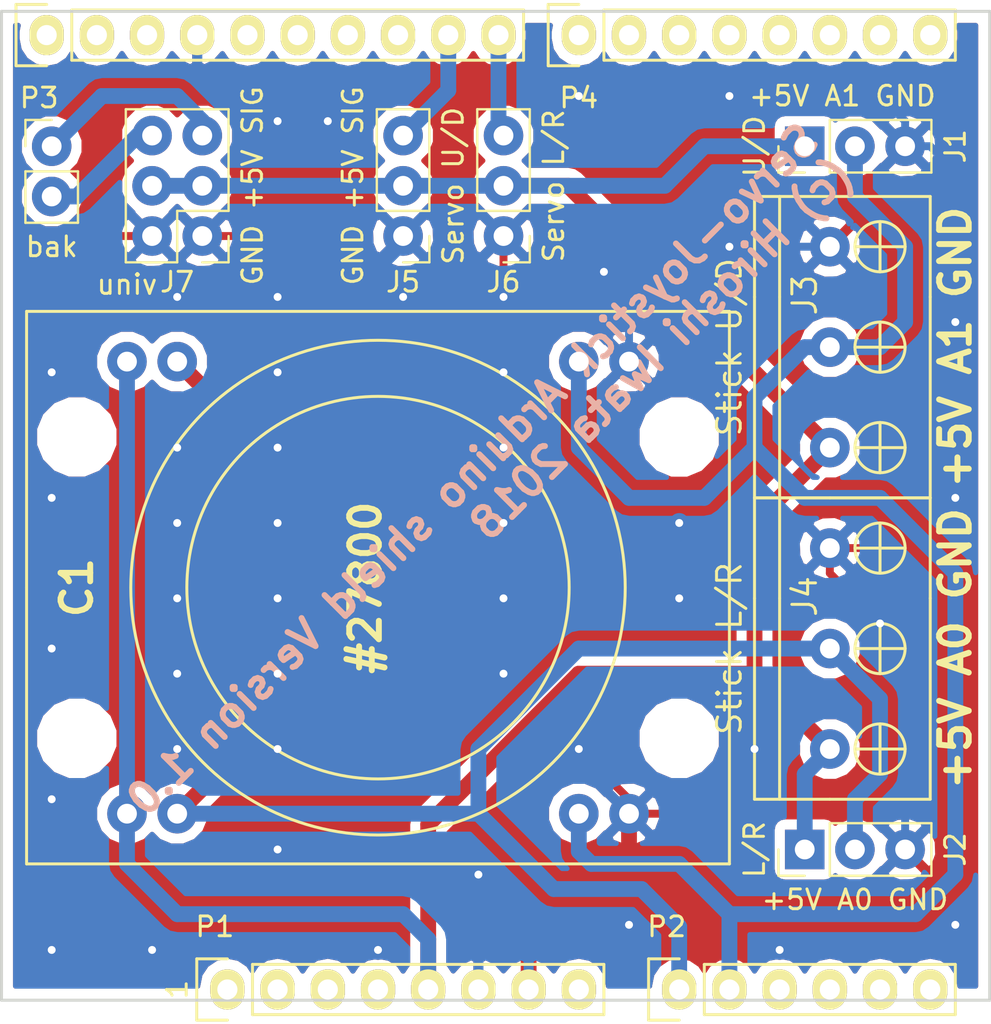
<source format=kicad_pcb>
(kicad_pcb (version 4) (host pcbnew 4.0.6)

  (general
    (links 34)
    (no_connects 0)
    (area 127.432999 73.589999 177.583001 125.800001)
    (thickness 1.6)
    (drawings 12)
    (tracks 209)
    (zones 0)
    (modules 13)
    (nets 33)
  )

  (page A4)
  (title_block
    (date "lun. 30 mars 2015")
  )

  (layers
    (0 F.Cu signal)
    (31 B.Cu signal)
    (32 B.Adhes user)
    (33 F.Adhes user)
    (34 B.Paste user)
    (35 F.Paste user)
    (36 B.SilkS user)
    (37 F.SilkS user)
    (38 B.Mask user)
    (39 F.Mask user)
    (40 Dwgs.User user)
    (41 Cmts.User user)
    (42 Eco1.User user)
    (43 Eco2.User user)
    (44 Edge.Cuts user)
    (45 Margin user)
    (46 B.CrtYd user)
    (47 F.CrtYd user)
    (48 B.Fab user)
    (49 F.Fab user)
  )

  (setup
    (last_trace_width 0.8)
    (user_trace_width 0.4)
    (user_trace_width 1)
    (trace_clearance 0.2)
    (zone_clearance 0.508)
    (zone_45_only no)
    (trace_min 0.2)
    (segment_width 0.15)
    (edge_width 0.15)
    (via_size 1.6)
    (via_drill 0.6)
    (via_min_size 0.4)
    (via_min_drill 0.3)
    (user_via 1 0.4)
    (uvia_size 0.3)
    (uvia_drill 0.1)
    (uvias_allowed no)
    (uvia_min_size 0.2)
    (uvia_min_drill 0.1)
    (pcb_text_width 0.3)
    (pcb_text_size 1.5 1.5)
    (mod_edge_width 0.15)
    (mod_text_size 1 1)
    (mod_text_width 0.15)
    (pad_size 2 2)
    (pad_drill 1)
    (pad_to_mask_clearance 0)
    (aux_axis_origin 57.508 149.365)
    (grid_origin 57.508 149.365)
    (visible_elements 7FFFFFFF)
    (pcbplotparams
      (layerselection 0x01000_80000000)
      (usegerberextensions false)
      (excludeedgelayer true)
      (linewidth 0.100000)
      (plotframeref false)
      (viasonmask false)
      (mode 1)
      (useauxorigin false)
      (hpglpennumber 1)
      (hpglpenspeed 20)
      (hpglpendiameter 15)
      (hpglpenoverlay 2)
      (psnegative false)
      (psa4output false)
      (plotreference true)
      (plotvalue true)
      (plotinvisibletext false)
      (padsonsilk false)
      (subtractmaskfromsilk false)
      (outputformat 1)
      (mirror false)
      (drillshape 0)
      (scaleselection 1)
      (outputdirectory joystick_cnt/))
  )

  (net 0 "")
  (net 1 /IOREF)
  (net 2 /Reset)
  (net 3 +5V)
  (net 4 GND)
  (net 5 /Vin)
  (net 6 /A0)
  (net 7 /A1)
  (net 8 /A2)
  (net 9 /A3)
  (net 10 "/A4(SDA)")
  (net 11 "/A5(SCL)")
  (net 12 "/9(**)")
  (net 13 /8)
  (net 14 /7)
  (net 15 "/6(**)")
  (net 16 "/5(**)")
  (net 17 /4)
  (net 18 "/3(**)")
  (net 19 /2)
  (net 20 "/1(Tx)")
  (net 21 "/0(Rx)")
  (net 22 "/13(SCK)")
  (net 23 "/10(**/SS)")
  (net 24 "Net-(P1-Pad1)")
  (net 25 "/12(MISO)")
  (net 26 "/11(**/MOSI)")
  (net 27 "Net-(P1-Pad4)")
  (net 28 "Net-(P3-Pad1)")
  (net 29 "Net-(P3-Pad2)")
  (net 30 "Net-(P3-Pad3)")
  (net 31 "Net-(J7-Pad5)")
  (net 32 "Net-(J7-Pad6)")

  (net_class Default "This is the default net class."
    (clearance 0.2)
    (trace_width 0.8)
    (via_dia 1.6)
    (via_drill 0.6)
    (uvia_dia 0.3)
    (uvia_drill 0.1)
    (add_net +5V)
    (add_net "/0(Rx)")
    (add_net "/1(Tx)")
    (add_net "/10(**/SS)")
    (add_net "/11(**/MOSI)")
    (add_net "/12(MISO)")
    (add_net "/13(SCK)")
    (add_net /2)
    (add_net "/3(**)")
    (add_net /4)
    (add_net "/5(**)")
    (add_net "/6(**)")
    (add_net /7)
    (add_net /8)
    (add_net "/9(**)")
    (add_net /A0)
    (add_net /A1)
    (add_net /A2)
    (add_net /A3)
    (add_net "/A4(SDA)")
    (add_net "/A5(SCL)")
    (add_net /IOREF)
    (add_net /Reset)
    (add_net /Vin)
    (add_net GND)
    (add_net "Net-(J7-Pad5)")
    (add_net "Net-(J7-Pad6)")
    (add_net "Net-(P1-Pad1)")
    (add_net "Net-(P1-Pad4)")
    (add_net "Net-(P3-Pad1)")
    (add_net "Net-(P3-Pad2)")
    (add_net "Net-(P3-Pad3)")
  )

  (module MY_VIA:TerminalBlock3 (layer F.Cu) (tedit 5A7AE8B8) (tstamp 5A7922A2)
    (at 99.418 131.585 90)
    (path /5A790DCD)
    (fp_text reference J4 (at 2.635 -1.27 90) (layer F.SilkS)
      (effects (font (size 1.2 1.2) (thickness 0.15)))
    )
    (fp_text value "Stick L/R" (at 0 -5.08 90) (layer F.SilkS)
      (effects (font (size 1.2 1.2) (thickness 0.15)))
    )
    (fp_line (start 5.08 1.27) (end 5.08 3.81) (layer F.SilkS) (width 0.15))
    (fp_line (start 3.81 2.54) (end 6.35 2.54) (layer F.SilkS) (width 0.15))
    (fp_circle (center 5.08 2.54) (end 5.08 3.81) (layer F.SilkS) (width 0.15))
    (fp_line (start 2.54 -3.81) (end 7.62 -3.81) (layer F.SilkS) (width 0.15))
    (fp_line (start 7.62 -3.81) (end 7.62 -2.54) (layer F.SilkS) (width 0.15))
    (fp_line (start 2.54 -2.54) (end 7.62 -2.54) (layer F.SilkS) (width 0.15))
    (fp_line (start 7.62 -2.54) (end 7.62 5.08) (layer F.SilkS) (width 0.15))
    (fp_line (start 7.62 5.08) (end 2.54 5.08) (layer F.SilkS) (width 0.15))
    (fp_line (start 0 1.27) (end 0 3.81) (layer F.SilkS) (width 0.15))
    (fp_line (start -1.27 2.54) (end 1.27 2.54) (layer F.SilkS) (width 0.15))
    (fp_line (start -5.08 1.27) (end -5.08 3.81) (layer F.SilkS) (width 0.15))
    (fp_line (start -6.35 2.54) (end -3.81 2.54) (layer F.SilkS) (width 0.15))
    (fp_circle (center 0 2.54) (end 0 3.81) (layer F.SilkS) (width 0.15))
    (fp_circle (center -5.08 2.54) (end -5.08 3.81) (layer F.SilkS) (width 0.15))
    (fp_line (start -7.62 -2.54) (end 2.54 -2.54) (layer F.SilkS) (width 0.15))
    (fp_line (start -7.62 0) (end -7.62 -3.81) (layer F.SilkS) (width 0.15))
    (fp_line (start -7.62 -3.81) (end 2.54 -3.81) (layer F.SilkS) (width 0.15))
    (fp_line (start 2.54 5.08) (end -7.62 5.08) (layer F.SilkS) (width 0.15))
    (fp_line (start -7.62 5.08) (end -7.62 0) (layer F.SilkS) (width 0.15))
    (pad 1 thru_hole circle (at -5.08 0 90) (size 2 2) (drill 1) (layers *.Cu *.Mask)
      (net 3 +5V))
    (pad 2 thru_hole circle (at 0 0 90) (size 2 2) (drill 1) (layers *.Cu *.Mask)
      (net 6 /A0))
    (pad 3 thru_hole circle (at 5.08 0 90) (size 2 2) (drill 1) (layers *.Cu *.Mask)
      (net 4 GND))
  )

  (module kicad-lib-input:27800 (layer F.Cu) (tedit 5A7933E0) (tstamp 5A79226A)
    (at 76.558 128.505 90)
    (path /5A791E2F)
    (fp_text reference C1 (at 0 -15.24 90) (layer F.SilkS)
      (effects (font (size 1.5 1.5) (thickness 0.3)))
    )
    (fp_text value "#27800" (at 0 -0.635 90) (layer F.SilkS)
      (effects (font (size 1.5 1.5) (thickness 0.3)))
    )
    (fp_circle (center 0 0) (end -8.89 3.81) (layer F.SilkS) (width 0.15))
    (fp_circle (center 0 0) (end -11.43 5.08) (layer F.SilkS) (width 0.15))
    (fp_line (start 0 -17.78) (end 13.97 -17.78) (layer F.SilkS) (width 0.15))
    (fp_line (start 13.97 -17.78) (end 13.97 17.78) (layer F.SilkS) (width 0.15))
    (fp_line (start 13.97 17.78) (end -13.97 17.78) (layer F.SilkS) (width 0.15))
    (fp_line (start -13.97 17.78) (end -13.97 -17.78) (layer F.SilkS) (width 0.15))
    (fp_line (start -13.97 -17.78) (end 0 -17.78) (layer F.SilkS) (width 0.15))
    (pad 5 thru_hole circle (at 11.43 -12.7 90) (size 2 2) (drill 1) (layers *.Cu *.Mask)
      (net 3 +5V))
    (pad 2 thru_hole circle (at -11.43 -10.16 90) (size 2 2) (drill 1) (layers *.Cu *.Mask)
      (net 6 /A0))
    (pad 1 thru_hole circle (at -11.43 -12.7 90) (size 2 2) (drill 1) (layers *.Cu *.Mask)
      (net 3 +5V))
    (pad 6 thru_hole circle (at 11.43 -10.16 90) (size 2 2) (drill 1) (layers *.Cu *.Mask)
      (net 6 /A0))
    (pad 3 thru_hole circle (at -11.43 10.16 90) (size 2 2) (drill 1) (layers *.Cu *.Mask)
      (net 7 /A1))
    (pad 4 thru_hole circle (at -11.43 12.7 90) (size 2 2) (drill 1) (layers *.Cu *.Mask)
      (net 4 GND))
    (pad 7 thru_hole circle (at 11.43 10.16 90) (size 2 2) (drill 1) (layers *.Cu *.Mask)
      (net 7 /A1))
    (pad 8 thru_hole circle (at 11.43 12.7 90) (size 2 2) (drill 1) (layers *.Cu *.Mask)
      (net 4 GND))
    (pad "" np_thru_hole circle (at 7.62 -15.24 90) (size 3 3) (drill 3) (layers *.Cu *.Mask))
    (pad "" np_thru_hole circle (at -7.62 -15.24 90) (size 3 3) (drill 3) (layers *.Cu *.Mask))
    (pad "" np_thru_hole circle (at -7.62 15.24 90) (size 3 3) (drill 3) (layers *.Cu *.Mask))
    (pad "" np_thru_hole circle (at 7.62 15.24 90) (size 3 3) (drill 3) (layers *.Cu *.Mask))
  )

  (module Socket_Arduino_Uno:Socket_Strip_Arduino_1x08 locked (layer F.Cu) (tedit 5A793314) (tstamp 551AF9EA)
    (at 68.938 148.825)
    (descr "Through hole socket strip")
    (tags "socket strip")
    (path /56D70129)
    (fp_text reference P1 (at -0.635 -3.175) (layer F.SilkS)
      (effects (font (size 1 1) (thickness 0.15)))
    )
    (fp_text value Power (at 3.175 -3.175) (layer F.Fab)
      (effects (font (size 1 1) (thickness 0.15)))
    )
    (fp_line (start -1.75 -1.75) (end -1.75 1.75) (layer F.CrtYd) (width 0.05))
    (fp_line (start 19.55 -1.75) (end 19.55 1.75) (layer F.CrtYd) (width 0.05))
    (fp_line (start -1.75 -1.75) (end 19.55 -1.75) (layer F.CrtYd) (width 0.05))
    (fp_line (start -1.75 1.75) (end 19.55 1.75) (layer F.CrtYd) (width 0.05))
    (fp_line (start 1.27 1.27) (end 19.05 1.27) (layer F.SilkS) (width 0.15))
    (fp_line (start 19.05 1.27) (end 19.05 -1.27) (layer F.SilkS) (width 0.15))
    (fp_line (start 19.05 -1.27) (end 1.27 -1.27) (layer F.SilkS) (width 0.15))
    (fp_line (start -1.55 1.55) (end 0 1.55) (layer F.SilkS) (width 0.15))
    (fp_line (start 1.27 1.27) (end 1.27 -1.27) (layer F.SilkS) (width 0.15))
    (fp_line (start 0 -1.55) (end -1.55 -1.55) (layer F.SilkS) (width 0.15))
    (fp_line (start -1.55 -1.55) (end -1.55 1.55) (layer F.SilkS) (width 0.15))
    (pad 1 thru_hole oval (at 0 0) (size 1.7272 2.032) (drill 1.016) (layers *.Cu *.Mask F.SilkS)
      (net 24 "Net-(P1-Pad1)"))
    (pad 2 thru_hole oval (at 2.54 0) (size 1.7272 2.032) (drill 1.016) (layers *.Cu *.Mask F.SilkS)
      (net 1 /IOREF))
    (pad 3 thru_hole oval (at 5.08 0) (size 1.7272 2.032) (drill 1.016) (layers *.Cu *.Mask F.SilkS)
      (net 2 /Reset))
    (pad 4 thru_hole oval (at 7.62 0) (size 1.7272 2.032) (drill 1.016) (layers *.Cu *.Mask F.SilkS)
      (net 27 "Net-(P1-Pad4)"))
    (pad 5 thru_hole oval (at 10.16 0) (size 1.7272 2.032) (drill 1.016) (layers *.Cu *.Mask F.SilkS)
      (net 3 +5V))
    (pad 6 thru_hole oval (at 12.7 0) (size 1.7272 2.032) (drill 1.016) (layers *.Cu *.Mask F.SilkS)
      (net 4 GND))
    (pad 7 thru_hole oval (at 15.24 0) (size 1.7272 2.032) (drill 1.016) (layers *.Cu *.Mask F.SilkS)
      (net 4 GND))
    (pad 8 thru_hole oval (at 17.78 0) (size 1.7272 2.032) (drill 1.016) (layers *.Cu *.Mask F.SilkS)
      (net 5 /Vin))
    (model ${KIPRJMOD}/Socket_Arduino_Uno.3dshapes/Socket_header_Arduino_1x08.wrl
      (at (xyz 0.35 0 0))
      (scale (xyz 1 1 1))
      (rotate (xyz 0 0 180))
    )
  )

  (module Socket_Arduino_Uno:Socket_Strip_Arduino_1x06 locked (layer F.Cu) (tedit 5A79330A) (tstamp 551AF9FF)
    (at 91.798 148.825)
    (descr "Through hole socket strip")
    (tags "socket strip")
    (path /56D70DD8)
    (fp_text reference P2 (at -0.635 -3.175) (layer F.SilkS)
      (effects (font (size 1 1) (thickness 0.15)))
    )
    (fp_text value Analog (at 3.175 -3.175) (layer F.Fab)
      (effects (font (size 1 1) (thickness 0.15)))
    )
    (fp_line (start -1.75 -1.75) (end -1.75 1.75) (layer F.CrtYd) (width 0.05))
    (fp_line (start 14.45 -1.75) (end 14.45 1.75) (layer F.CrtYd) (width 0.05))
    (fp_line (start -1.75 -1.75) (end 14.45 -1.75) (layer F.CrtYd) (width 0.05))
    (fp_line (start -1.75 1.75) (end 14.45 1.75) (layer F.CrtYd) (width 0.05))
    (fp_line (start 1.27 1.27) (end 13.97 1.27) (layer F.SilkS) (width 0.15))
    (fp_line (start 13.97 1.27) (end 13.97 -1.27) (layer F.SilkS) (width 0.15))
    (fp_line (start 13.97 -1.27) (end 1.27 -1.27) (layer F.SilkS) (width 0.15))
    (fp_line (start -1.55 1.55) (end 0 1.55) (layer F.SilkS) (width 0.15))
    (fp_line (start 1.27 1.27) (end 1.27 -1.27) (layer F.SilkS) (width 0.15))
    (fp_line (start 0 -1.55) (end -1.55 -1.55) (layer F.SilkS) (width 0.15))
    (fp_line (start -1.55 -1.55) (end -1.55 1.55) (layer F.SilkS) (width 0.15))
    (pad 1 thru_hole oval (at 0 0) (size 1.7272 2.032) (drill 1.016) (layers *.Cu *.Mask F.SilkS)
      (net 6 /A0))
    (pad 2 thru_hole oval (at 2.54 0) (size 1.7272 2.032) (drill 1.016) (layers *.Cu *.Mask F.SilkS)
      (net 7 /A1))
    (pad 3 thru_hole oval (at 5.08 0) (size 1.7272 2.032) (drill 1.016) (layers *.Cu *.Mask F.SilkS)
      (net 8 /A2))
    (pad 4 thru_hole oval (at 7.62 0) (size 1.7272 2.032) (drill 1.016) (layers *.Cu *.Mask F.SilkS)
      (net 9 /A3))
    (pad 5 thru_hole oval (at 10.16 0) (size 1.7272 2.032) (drill 1.016) (layers *.Cu *.Mask F.SilkS)
      (net 10 "/A4(SDA)"))
    (pad 6 thru_hole oval (at 12.7 0) (size 1.7272 2.032) (drill 1.016) (layers *.Cu *.Mask F.SilkS)
      (net 11 "/A5(SCL)"))
    (model ${KIPRJMOD}/Socket_Arduino_Uno.3dshapes/Socket_header_Arduino_1x06.wrl
      (at (xyz 0.25 0 0))
      (scale (xyz 1 1 1))
      (rotate (xyz 0 0 180))
    )
  )

  (module Socket_Arduino_Uno:Socket_Strip_Arduino_1x10 locked (layer F.Cu) (tedit 5A7932EA) (tstamp 551AFA18)
    (at 59.794 100.565)
    (descr "Through hole socket strip")
    (tags "socket strip")
    (path /56D721E0)
    (fp_text reference P3 (at -0.381 3.175) (layer F.SilkS)
      (effects (font (size 1 1) (thickness 0.15)))
    )
    (fp_text value Digital (at 3.429 3.175) (layer F.Fab)
      (effects (font (size 1 1) (thickness 0.15)))
    )
    (fp_line (start -1.75 -1.75) (end -1.75 1.75) (layer F.CrtYd) (width 0.05))
    (fp_line (start 24.65 -1.75) (end 24.65 1.75) (layer F.CrtYd) (width 0.05))
    (fp_line (start -1.75 -1.75) (end 24.65 -1.75) (layer F.CrtYd) (width 0.05))
    (fp_line (start -1.75 1.75) (end 24.65 1.75) (layer F.CrtYd) (width 0.05))
    (fp_line (start 1.27 1.27) (end 24.13 1.27) (layer F.SilkS) (width 0.15))
    (fp_line (start 24.13 1.27) (end 24.13 -1.27) (layer F.SilkS) (width 0.15))
    (fp_line (start 24.13 -1.27) (end 1.27 -1.27) (layer F.SilkS) (width 0.15))
    (fp_line (start -1.55 1.55) (end 0 1.55) (layer F.SilkS) (width 0.15))
    (fp_line (start 1.27 1.27) (end 1.27 -1.27) (layer F.SilkS) (width 0.15))
    (fp_line (start 0 -1.55) (end -1.55 -1.55) (layer F.SilkS) (width 0.15))
    (fp_line (start -1.55 -1.55) (end -1.55 1.55) (layer F.SilkS) (width 0.15))
    (pad 1 thru_hole oval (at 0 0) (size 1.7272 2.032) (drill 1.016) (layers *.Cu *.Mask F.SilkS)
      (net 28 "Net-(P3-Pad1)"))
    (pad 2 thru_hole oval (at 2.54 0) (size 1.7272 2.032) (drill 1.016) (layers *.Cu *.Mask F.SilkS)
      (net 29 "Net-(P3-Pad2)"))
    (pad 3 thru_hole oval (at 5.08 0) (size 1.7272 2.032) (drill 1.016) (layers *.Cu *.Mask F.SilkS)
      (net 30 "Net-(P3-Pad3)"))
    (pad 4 thru_hole oval (at 7.62 0) (size 1.7272 2.032) (drill 1.016) (layers *.Cu *.Mask F.SilkS)
      (net 4 GND))
    (pad 5 thru_hole oval (at 10.16 0) (size 1.7272 2.032) (drill 1.016) (layers *.Cu *.Mask F.SilkS)
      (net 22 "/13(SCK)"))
    (pad 6 thru_hole oval (at 12.7 0) (size 1.7272 2.032) (drill 1.016) (layers *.Cu *.Mask F.SilkS)
      (net 25 "/12(MISO)"))
    (pad 7 thru_hole oval (at 15.24 0) (size 1.7272 2.032) (drill 1.016) (layers *.Cu *.Mask F.SilkS)
      (net 26 "/11(**/MOSI)"))
    (pad 8 thru_hole oval (at 17.78 0) (size 1.7272 2.032) (drill 1.016) (layers *.Cu *.Mask F.SilkS)
      (net 23 "/10(**/SS)"))
    (pad 9 thru_hole oval (at 20.32 0) (size 1.7272 2.032) (drill 1.016) (layers *.Cu *.Mask F.SilkS)
      (net 12 "/9(**)"))
    (pad 10 thru_hole oval (at 22.86 0) (size 1.7272 2.032) (drill 1.016) (layers *.Cu *.Mask F.SilkS)
      (net 13 /8))
    (model ${KIPRJMOD}/Socket_Arduino_Uno.3dshapes/Socket_header_Arduino_1x10.wrl
      (at (xyz 0.45 0 0))
      (scale (xyz 1 1 1))
      (rotate (xyz 0 0 180))
    )
  )

  (module Socket_Arduino_Uno:Socket_Strip_Arduino_1x08 (layer F.Cu) (tedit 5A7932F9) (tstamp 551AFA2F)
    (at 86.718 100.565)
    (descr "Through hole socket strip")
    (tags "socket strip")
    (path /56D7164F)
    (fp_text reference P4 (at 0 3.175) (layer F.SilkS)
      (effects (font (size 1 1) (thickness 0.15)))
    )
    (fp_text value Digital (at 3.81 3.175) (layer F.Fab)
      (effects (font (size 1 1) (thickness 0.15)))
    )
    (fp_line (start -1.75 -1.75) (end -1.75 1.75) (layer F.CrtYd) (width 0.05))
    (fp_line (start 19.55 -1.75) (end 19.55 1.75) (layer F.CrtYd) (width 0.05))
    (fp_line (start -1.75 -1.75) (end 19.55 -1.75) (layer F.CrtYd) (width 0.05))
    (fp_line (start -1.75 1.75) (end 19.55 1.75) (layer F.CrtYd) (width 0.05))
    (fp_line (start 1.27 1.27) (end 19.05 1.27) (layer F.SilkS) (width 0.15))
    (fp_line (start 19.05 1.27) (end 19.05 -1.27) (layer F.SilkS) (width 0.15))
    (fp_line (start 19.05 -1.27) (end 1.27 -1.27) (layer F.SilkS) (width 0.15))
    (fp_line (start -1.55 1.55) (end 0 1.55) (layer F.SilkS) (width 0.15))
    (fp_line (start 1.27 1.27) (end 1.27 -1.27) (layer F.SilkS) (width 0.15))
    (fp_line (start 0 -1.55) (end -1.55 -1.55) (layer F.SilkS) (width 0.15))
    (fp_line (start -1.55 -1.55) (end -1.55 1.55) (layer F.SilkS) (width 0.15))
    (pad 1 thru_hole oval (at 0 0) (size 1.7272 2.032) (drill 1.016) (layers *.Cu *.Mask F.SilkS)
      (net 14 /7))
    (pad 2 thru_hole oval (at 2.54 0) (size 1.7272 2.032) (drill 1.016) (layers *.Cu *.Mask F.SilkS)
      (net 15 "/6(**)"))
    (pad 3 thru_hole oval (at 5.08 0) (size 1.7272 2.032) (drill 1.016) (layers *.Cu *.Mask F.SilkS)
      (net 16 "/5(**)"))
    (pad 4 thru_hole oval (at 7.62 0) (size 1.7272 2.032) (drill 1.016) (layers *.Cu *.Mask F.SilkS)
      (net 17 /4))
    (pad 5 thru_hole oval (at 10.16 0) (size 1.7272 2.032) (drill 1.016) (layers *.Cu *.Mask F.SilkS)
      (net 18 "/3(**)"))
    (pad 6 thru_hole oval (at 12.7 0) (size 1.7272 2.032) (drill 1.016) (layers *.Cu *.Mask F.SilkS)
      (net 19 /2))
    (pad 7 thru_hole oval (at 15.24 0) (size 1.7272 2.032) (drill 1.016) (layers *.Cu *.Mask F.SilkS)
      (net 20 "/1(Tx)"))
    (pad 8 thru_hole oval (at 17.78 0) (size 1.7272 2.032) (drill 1.016) (layers *.Cu *.Mask F.SilkS)
      (net 21 "/0(Rx)"))
    (model ${KIPRJMOD}/Socket_Arduino_Uno.3dshapes/Socket_header_Arduino_1x08.wrl
      (at (xyz 0.35 0 0))
      (scale (xyz 1 1 1))
      (rotate (xyz 0 0 180))
    )
  )

  (module Pin_Headers:Pin_Header_Straight_1x03_Pitch2.54mm (layer F.Cu) (tedit 5A7AEEA3) (tstamp 5A79227D)
    (at 98.148 106.185 90)
    (descr "Through hole straight pin header, 1x03, 2.54mm pitch, single row")
    (tags "Through hole pin header THT 1x03 2.54mm single row")
    (path /5A793168)
    (fp_text reference J1 (at 0 7.62 90) (layer F.SilkS)
      (effects (font (size 1 1) (thickness 0.15)))
    )
    (fp_text value U/D (at 0 -2.54 90) (layer F.SilkS)
      (effects (font (size 1 1) (thickness 0.15)))
    )
    (fp_line (start -1.27 -1.27) (end -1.27 6.35) (layer F.Fab) (width 0.1))
    (fp_line (start -1.27 6.35) (end 1.27 6.35) (layer F.Fab) (width 0.1))
    (fp_line (start 1.27 6.35) (end 1.27 -1.27) (layer F.Fab) (width 0.1))
    (fp_line (start 1.27 -1.27) (end -1.27 -1.27) (layer F.Fab) (width 0.1))
    (fp_line (start -1.33 1.27) (end -1.33 6.41) (layer F.SilkS) (width 0.12))
    (fp_line (start -1.33 6.41) (end 1.33 6.41) (layer F.SilkS) (width 0.12))
    (fp_line (start 1.33 6.41) (end 1.33 1.27) (layer F.SilkS) (width 0.12))
    (fp_line (start 1.33 1.27) (end -1.33 1.27) (layer F.SilkS) (width 0.12))
    (fp_line (start -1.33 0) (end -1.33 -1.33) (layer F.SilkS) (width 0.12))
    (fp_line (start -1.33 -1.33) (end 0 -1.33) (layer F.SilkS) (width 0.12))
    (fp_line (start -1.8 -1.8) (end -1.8 6.85) (layer F.CrtYd) (width 0.05))
    (fp_line (start -1.8 6.85) (end 1.8 6.85) (layer F.CrtYd) (width 0.05))
    (fp_line (start 1.8 6.85) (end 1.8 -1.8) (layer F.CrtYd) (width 0.05))
    (fp_line (start 1.8 -1.8) (end -1.8 -1.8) (layer F.CrtYd) (width 0.05))
    (fp_text user %R (at 0 7.62 90) (layer F.Fab)
      (effects (font (size 1 1) (thickness 0.15)))
    )
    (pad 1 thru_hole rect (at 0 0 90) (size 2 2) (drill 1) (layers *.Cu *.Mask)
      (net 3 +5V))
    (pad 2 thru_hole circle (at 0 2.54 90) (size 2 2) (drill 1) (layers *.Cu *.Mask)
      (net 7 /A1))
    (pad 3 thru_hole circle (at 0 5.08 90) (size 2 2) (drill 1) (layers *.Cu *.Mask)
      (net 4 GND))
    (model ${KISYS3DMOD}/Pin_Headers.3dshapes/Pin_Header_Straight_1x03_Pitch2.54mm.wrl
      (at (xyz 0 -0.1 0))
      (scale (xyz 1 1 1))
      (rotate (xyz 0 0 90))
    )
  )

  (module Pin_Headers:Pin_Header_Straight_1x03_Pitch2.54mm (layer F.Cu) (tedit 5A7AEF88) (tstamp 5A792284)
    (at 98.148 141.745 90)
    (descr "Through hole straight pin header, 1x03, 2.54mm pitch, single row")
    (tags "Through hole pin header THT 1x03 2.54mm single row")
    (path /5A793109)
    (fp_text reference J2 (at 0 7.62 90) (layer F.SilkS)
      (effects (font (size 1 1) (thickness 0.15)))
    )
    (fp_text value L/R (at 0 -2.54 90) (layer F.SilkS)
      (effects (font (size 1 1) (thickness 0.15)))
    )
    (fp_line (start -1.27 -1.27) (end -1.27 6.35) (layer F.Fab) (width 0.1))
    (fp_line (start -1.27 6.35) (end 1.27 6.35) (layer F.Fab) (width 0.1))
    (fp_line (start 1.27 6.35) (end 1.27 -1.27) (layer F.Fab) (width 0.1))
    (fp_line (start 1.27 -1.27) (end -1.27 -1.27) (layer F.Fab) (width 0.1))
    (fp_line (start -1.33 1.27) (end -1.33 6.41) (layer F.SilkS) (width 0.12))
    (fp_line (start -1.33 6.41) (end 1.33 6.41) (layer F.SilkS) (width 0.12))
    (fp_line (start 1.33 6.41) (end 1.33 1.27) (layer F.SilkS) (width 0.12))
    (fp_line (start 1.33 1.27) (end -1.33 1.27) (layer F.SilkS) (width 0.12))
    (fp_line (start -1.33 0) (end -1.33 -1.33) (layer F.SilkS) (width 0.12))
    (fp_line (start -1.33 -1.33) (end 0 -1.33) (layer F.SilkS) (width 0.12))
    (fp_line (start -1.8 -1.8) (end -1.8 6.85) (layer F.CrtYd) (width 0.05))
    (fp_line (start -1.8 6.85) (end 1.8 6.85) (layer F.CrtYd) (width 0.05))
    (fp_line (start 1.8 6.85) (end 1.8 -1.8) (layer F.CrtYd) (width 0.05))
    (fp_line (start 1.8 -1.8) (end -1.8 -1.8) (layer F.CrtYd) (width 0.05))
    (fp_text user %R (at 0 7.62 90) (layer F.Fab)
      (effects (font (size 1 1) (thickness 0.15)))
    )
    (pad 1 thru_hole rect (at 0 0 90) (size 2 2) (drill 1) (layers *.Cu *.Mask)
      (net 3 +5V))
    (pad 2 thru_hole circle (at 0 2.54 90) (size 2 2) (drill 1) (layers *.Cu *.Mask)
      (net 6 /A0))
    (pad 3 thru_hole circle (at 0 5.08 90) (size 2 2) (drill 1) (layers *.Cu *.Mask)
      (net 4 GND))
    (model ${KISYS3DMOD}/Pin_Headers.3dshapes/Pin_Header_Straight_1x03_Pitch2.54mm.wrl
      (at (xyz 0 -0.1 0))
      (scale (xyz 1 1 1))
      (rotate (xyz 0 0 90))
    )
  )

  (module MY_VIA:TerminalBlock3 (layer F.Cu) (tedit 5A7AE8B5) (tstamp 5A792293)
    (at 99.418 116.345 90)
    (path /5A790CAE)
    (fp_text reference J3 (at 2.635 -1.27 90) (layer F.SilkS)
      (effects (font (size 1.2 1.2) (thickness 0.15)))
    )
    (fp_text value "Stick U/D" (at 0 -5.08 90) (layer F.SilkS)
      (effects (font (size 1.2 1.2) (thickness 0.15)))
    )
    (fp_line (start 5.08 1.27) (end 5.08 3.81) (layer F.SilkS) (width 0.15))
    (fp_line (start 3.81 2.54) (end 6.35 2.54) (layer F.SilkS) (width 0.15))
    (fp_circle (center 5.08 2.54) (end 5.08 3.81) (layer F.SilkS) (width 0.15))
    (fp_line (start 2.54 -3.81) (end 7.62 -3.81) (layer F.SilkS) (width 0.15))
    (fp_line (start 7.62 -3.81) (end 7.62 -2.54) (layer F.SilkS) (width 0.15))
    (fp_line (start 2.54 -2.54) (end 7.62 -2.54) (layer F.SilkS) (width 0.15))
    (fp_line (start 7.62 -2.54) (end 7.62 5.08) (layer F.SilkS) (width 0.15))
    (fp_line (start 7.62 5.08) (end 2.54 5.08) (layer F.SilkS) (width 0.15))
    (fp_line (start 0 1.27) (end 0 3.81) (layer F.SilkS) (width 0.15))
    (fp_line (start -1.27 2.54) (end 1.27 2.54) (layer F.SilkS) (width 0.15))
    (fp_line (start -5.08 1.27) (end -5.08 3.81) (layer F.SilkS) (width 0.15))
    (fp_line (start -6.35 2.54) (end -3.81 2.54) (layer F.SilkS) (width 0.15))
    (fp_circle (center 0 2.54) (end 0 3.81) (layer F.SilkS) (width 0.15))
    (fp_circle (center -5.08 2.54) (end -5.08 3.81) (layer F.SilkS) (width 0.15))
    (fp_line (start -7.62 -2.54) (end 2.54 -2.54) (layer F.SilkS) (width 0.15))
    (fp_line (start -7.62 0) (end -7.62 -3.81) (layer F.SilkS) (width 0.15))
    (fp_line (start -7.62 -3.81) (end 2.54 -3.81) (layer F.SilkS) (width 0.15))
    (fp_line (start 2.54 5.08) (end -7.62 5.08) (layer F.SilkS) (width 0.15))
    (fp_line (start -7.62 5.08) (end -7.62 0) (layer F.SilkS) (width 0.15))
    (pad 1 thru_hole circle (at -5.08 0 90) (size 2 2) (drill 1) (layers *.Cu *.Mask)
      (net 3 +5V))
    (pad 2 thru_hole circle (at 0 0 90) (size 2 2) (drill 1) (layers *.Cu *.Mask)
      (net 7 /A1))
    (pad 3 thru_hole circle (at 5.08 0 90) (size 2 2) (drill 1) (layers *.Cu *.Mask)
      (net 4 GND))
  )

  (module Pin_Headers:Pin_Header_Straight_1x03_Pitch2.54mm (layer F.Cu) (tedit 5A7AEE6F) (tstamp 5A7EC0D4)
    (at 77.828 110.725 180)
    (descr "Through hole straight pin header, 1x03, 2.54mm pitch, single row")
    (tags "Through hole pin header THT 1x03 2.54mm single row")
    (path /5A792F1E)
    (fp_text reference J5 (at 0 -2.33 180) (layer F.SilkS)
      (effects (font (size 1 1) (thickness 0.15)))
    )
    (fp_text value "Servo U/D" (at -2.54 2.54 270) (layer F.SilkS)
      (effects (font (size 1 1) (thickness 0.15)))
    )
    (fp_line (start -1.27 -1.27) (end -1.27 6.35) (layer F.Fab) (width 0.1))
    (fp_line (start -1.27 6.35) (end 1.27 6.35) (layer F.Fab) (width 0.1))
    (fp_line (start 1.27 6.35) (end 1.27 -1.27) (layer F.Fab) (width 0.1))
    (fp_line (start 1.27 -1.27) (end -1.27 -1.27) (layer F.Fab) (width 0.1))
    (fp_line (start -1.33 1.27) (end -1.33 6.41) (layer F.SilkS) (width 0.12))
    (fp_line (start -1.33 6.41) (end 1.33 6.41) (layer F.SilkS) (width 0.12))
    (fp_line (start 1.33 6.41) (end 1.33 1.27) (layer F.SilkS) (width 0.12))
    (fp_line (start 1.33 1.27) (end -1.33 1.27) (layer F.SilkS) (width 0.12))
    (fp_line (start -1.33 0) (end -1.33 -1.33) (layer F.SilkS) (width 0.12))
    (fp_line (start -1.33 -1.33) (end 0 -1.33) (layer F.SilkS) (width 0.12))
    (fp_line (start -1.8 -1.8) (end -1.8 6.85) (layer F.CrtYd) (width 0.05))
    (fp_line (start -1.8 6.85) (end 1.8 6.85) (layer F.CrtYd) (width 0.05))
    (fp_line (start 1.8 6.85) (end 1.8 -1.8) (layer F.CrtYd) (width 0.05))
    (fp_line (start 1.8 -1.8) (end -1.8 -1.8) (layer F.CrtYd) (width 0.05))
    (fp_text user %R (at 0 -2.33 180) (layer F.Fab)
      (effects (font (size 1 1) (thickness 0.15)))
    )
    (pad 1 thru_hole circle (at 0 0 180) (size 2 2) (drill 1) (layers *.Cu *.Mask)
      (net 4 GND))
    (pad 2 thru_hole circle (at 0 2.54 180) (size 2 2) (drill 1) (layers *.Cu *.Mask)
      (net 3 +5V))
    (pad 3 thru_hole circle (at 0 5.08 180) (size 2 2) (drill 1) (layers *.Cu *.Mask)
      (net 12 "/9(**)"))
    (model ${KISYS3DMOD}/Pin_Headers.3dshapes/Pin_Header_Straight_1x03_Pitch2.54mm.wrl
      (at (xyz 0 -0.1 0))
      (scale (xyz 1 1 1))
      (rotate (xyz 0 0 90))
    )
  )

  (module Pin_Headers:Pin_Header_Straight_1x03_Pitch2.54mm (layer F.Cu) (tedit 5A7AEE73) (tstamp 5A7EC0EA)
    (at 82.908 110.725 180)
    (descr "Through hole straight pin header, 1x03, 2.54mm pitch, single row")
    (tags "Through hole pin header THT 1x03 2.54mm single row")
    (path /5A793015)
    (fp_text reference J6 (at 0 -2.33 180) (layer F.SilkS)
      (effects (font (size 1 1) (thickness 0.15)))
    )
    (fp_text value "Servo L/R" (at -2.54 2.54 270) (layer F.SilkS)
      (effects (font (size 1 1) (thickness 0.15)))
    )
    (fp_line (start -1.27 -1.27) (end -1.27 6.35) (layer F.Fab) (width 0.1))
    (fp_line (start -1.27 6.35) (end 1.27 6.35) (layer F.Fab) (width 0.1))
    (fp_line (start 1.27 6.35) (end 1.27 -1.27) (layer F.Fab) (width 0.1))
    (fp_line (start 1.27 -1.27) (end -1.27 -1.27) (layer F.Fab) (width 0.1))
    (fp_line (start -1.33 1.27) (end -1.33 6.41) (layer F.SilkS) (width 0.12))
    (fp_line (start -1.33 6.41) (end 1.33 6.41) (layer F.SilkS) (width 0.12))
    (fp_line (start 1.33 6.41) (end 1.33 1.27) (layer F.SilkS) (width 0.12))
    (fp_line (start 1.33 1.27) (end -1.33 1.27) (layer F.SilkS) (width 0.12))
    (fp_line (start -1.33 0) (end -1.33 -1.33) (layer F.SilkS) (width 0.12))
    (fp_line (start -1.33 -1.33) (end 0 -1.33) (layer F.SilkS) (width 0.12))
    (fp_line (start -1.8 -1.8) (end -1.8 6.85) (layer F.CrtYd) (width 0.05))
    (fp_line (start -1.8 6.85) (end 1.8 6.85) (layer F.CrtYd) (width 0.05))
    (fp_line (start 1.8 6.85) (end 1.8 -1.8) (layer F.CrtYd) (width 0.05))
    (fp_line (start 1.8 -1.8) (end -1.8 -1.8) (layer F.CrtYd) (width 0.05))
    (fp_text user %R (at 0 -2.33 180) (layer F.Fab)
      (effects (font (size 1 1) (thickness 0.15)))
    )
    (pad 1 thru_hole circle (at 0 0 180) (size 2 2) (drill 1) (layers *.Cu *.Mask)
      (net 4 GND))
    (pad 2 thru_hole circle (at 0 2.54 180) (size 2 2) (drill 1) (layers *.Cu *.Mask)
      (net 3 +5V))
    (pad 3 thru_hole circle (at 0 5.08 180) (size 2 2) (drill 1) (layers *.Cu *.Mask)
      (net 13 /8))
    (model ${KISYS3DMOD}/Pin_Headers.3dshapes/Pin_Header_Straight_1x03_Pitch2.54mm.wrl
      (at (xyz 0 -0.1 0))
      (scale (xyz 1 1 1))
      (rotate (xyz 0 0 90))
    )
  )

  (module Pin_Headers:Pin_Header_Straight_2x03_Pitch2.54mm (layer F.Cu) (tedit 5A7AEE4C) (tstamp 5A7EC105)
    (at 67.668 110.725 180)
    (descr "Through hole straight pin header, 2x03, 2.54mm pitch, double rows")
    (tags "Through hole pin header THT 2x03 2.54mm double row")
    (path /5A7958BC)
    (fp_text reference J7 (at 1.27 -2.33 180) (layer F.SilkS)
      (effects (font (size 1 1) (thickness 0.15)))
    )
    (fp_text value univ (at 3.81 -2.445 180) (layer F.SilkS)
      (effects (font (size 1 1) (thickness 0.15)))
    )
    (fp_line (start -1.27 -1.27) (end -1.27 6.35) (layer F.Fab) (width 0.1))
    (fp_line (start -1.27 6.35) (end 3.81 6.35) (layer F.Fab) (width 0.1))
    (fp_line (start 3.81 6.35) (end 3.81 -1.27) (layer F.Fab) (width 0.1))
    (fp_line (start 3.81 -1.27) (end -1.27 -1.27) (layer F.Fab) (width 0.1))
    (fp_line (start -1.33 1.27) (end -1.33 6.41) (layer F.SilkS) (width 0.12))
    (fp_line (start -1.33 6.41) (end 3.87 6.41) (layer F.SilkS) (width 0.12))
    (fp_line (start 3.87 6.41) (end 3.87 -1.33) (layer F.SilkS) (width 0.12))
    (fp_line (start 3.87 -1.33) (end 1.27 -1.33) (layer F.SilkS) (width 0.12))
    (fp_line (start 1.27 -1.33) (end 1.27 1.27) (layer F.SilkS) (width 0.12))
    (fp_line (start 1.27 1.27) (end -1.33 1.27) (layer F.SilkS) (width 0.12))
    (fp_line (start -1.33 0) (end -1.33 -1.33) (layer F.SilkS) (width 0.12))
    (fp_line (start -1.33 -1.33) (end 0 -1.33) (layer F.SilkS) (width 0.12))
    (fp_line (start -1.8 -1.8) (end -1.8 6.85) (layer F.CrtYd) (width 0.05))
    (fp_line (start -1.8 6.85) (end 4.35 6.85) (layer F.CrtYd) (width 0.05))
    (fp_line (start 4.35 6.85) (end 4.35 -1.8) (layer F.CrtYd) (width 0.05))
    (fp_line (start 4.35 -1.8) (end -1.8 -1.8) (layer F.CrtYd) (width 0.05))
    (fp_text user %R (at 1.27 -2.33 180) (layer F.Fab)
      (effects (font (size 1 1) (thickness 0.15)))
    )
    (pad 1 thru_hole circle (at 0 0 180) (size 2 2) (drill 1) (layers *.Cu *.Mask)
      (net 4 GND))
    (pad 2 thru_hole circle (at 2.54 0 180) (size 2 2) (drill 1) (layers *.Cu *.Mask)
      (net 4 GND))
    (pad 3 thru_hole circle (at 0 2.54 180) (size 2 2) (drill 1) (layers *.Cu *.Mask)
      (net 3 +5V))
    (pad 4 thru_hole circle (at 2.54 2.54 180) (size 2 2) (drill 1) (layers *.Cu *.Mask)
      (net 3 +5V))
    (pad 5 thru_hole circle (at 0 5.08 180) (size 2 2) (drill 1) (layers *.Cu *.Mask)
      (net 31 "Net-(J7-Pad5)"))
    (pad 6 thru_hole circle (at 2.54 5.08 180) (size 2 2) (drill 1) (layers *.Cu *.Mask)
      (net 32 "Net-(J7-Pad6)"))
    (model ${KISYS3DMOD}/Pin_Headers.3dshapes/Pin_Header_Straight_2x03_Pitch2.54mm.wrl
      (at (xyz 0.05 -0.1 0))
      (scale (xyz 1 1 1))
      (rotate (xyz 0 0 90))
    )
  )

  (module Pin_Headers:Pin_Header_Straight_1x02_Pitch2.54mm (layer F.Cu) (tedit 5A7AEE2F) (tstamp 5A7DA672)
    (at 60.048 106.185)
    (descr "Through hole straight pin header, 1x02, 2.54mm pitch, single row")
    (tags "Through hole pin header THT 1x02 2.54mm single row")
    (fp_text reference bak (at 0 5.08) (layer F.SilkS)
      (effects (font (size 1 1) (thickness 0.15)))
    )
    (fp_text value "" (at 0 4.87) (layer F.Fab)
      (effects (font (size 1 1) (thickness 0.15)))
    )
    (fp_line (start -1.27 -1.27) (end -1.27 3.81) (layer F.Fab) (width 0.1))
    (fp_line (start -1.27 3.81) (end 1.27 3.81) (layer F.Fab) (width 0.1))
    (fp_line (start 1.27 3.81) (end 1.27 -1.27) (layer F.Fab) (width 0.1))
    (fp_line (start 1.27 -1.27) (end -1.27 -1.27) (layer F.Fab) (width 0.1))
    (fp_line (start -1.33 1.27) (end -1.33 3.87) (layer F.SilkS) (width 0.12))
    (fp_line (start -1.33 3.87) (end 1.33 3.87) (layer F.SilkS) (width 0.12))
    (fp_line (start 1.33 3.87) (end 1.33 1.27) (layer F.SilkS) (width 0.12))
    (fp_line (start 1.33 1.27) (end -1.33 1.27) (layer F.SilkS) (width 0.12))
    (fp_line (start -1.33 0) (end -1.33 -1.33) (layer F.SilkS) (width 0.12))
    (fp_line (start -1.33 -1.33) (end 0 -1.33) (layer F.SilkS) (width 0.12))
    (fp_line (start -1.8 -1.8) (end -1.8 4.35) (layer F.CrtYd) (width 0.05))
    (fp_line (start -1.8 4.35) (end 1.8 4.35) (layer F.CrtYd) (width 0.05))
    (fp_line (start 1.8 4.35) (end 1.8 -1.8) (layer F.CrtYd) (width 0.05))
    (fp_line (start 1.8 -1.8) (end -1.8 -1.8) (layer F.CrtYd) (width 0.05))
    (fp_text user "" (at 0 5.08) (layer F.Fab)
      (effects (font (size 1 1) (thickness 0.15)))
    )
    (pad 1 thru_hole circle (at 0 0) (size 2 2) (drill 1) (layers *.Cu *.Mask)
      (net 31 "Net-(J7-Pad5)"))
    (pad 2 thru_hole circle (at 0 2.54) (size 2 2) (drill 1) (layers *.Cu *.Mask)
      (net 32 "Net-(J7-Pad6)"))
    (model ${KISYS3DMOD}/Pin_Headers.3dshapes/Pin_Header_Straight_1x02_Pitch2.54mm.wrl
      (at (xyz 0 -0.05 0))
      (scale (xyz 1 1 1))
      (rotate (xyz 0 0 90))
    )
  )

  (gr_text "Servo-Joystick Arduino shield Version 1.0\n(c) Hiroshi Iwata 2018" (at 99.418 106.185 45) (layer B.SilkS)
    (effects (font (size 1.5 1.5) (thickness 0.3)) (justify left mirror))
  )
  (gr_line (start 57.508 99.365) (end 57.508 149.365) (angle 90) (layer Edge.Cuts) (width 0.15))
  (gr_line (start 107.508 99.365) (end 57.508 99.365) (angle 90) (layer Edge.Cuts) (width 0.15))
  (gr_line (start 107.508 149.365) (end 107.508 99.365) (angle 90) (layer Edge.Cuts) (width 0.15))
  (gr_line (start 57.508 149.365) (end 107.508 149.365) (angle 90) (layer Edge.Cuts) (width 0.15))
  (gr_text "+5V A0 GND" (at 100.688 144.285) (layer F.SilkS)
    (effects (font (size 1 1) (thickness 0.15)))
  )
  (gr_text "+5V A1 GND" (at 105.768 116.345 90) (layer F.SilkS)
    (effects (font (size 1.5 1.5) (thickness 0.3)))
  )
  (gr_text "+5V A0 GND" (at 105.768 131.585 90) (layer F.SilkS)
    (effects (font (size 1.5 1.5) (thickness 0.3)))
  )
  (gr_text "+5V A1 GND" (at 100.053 103.645) (layer F.SilkS)
    (effects (font (size 1 1) (thickness 0.15)))
  )
  (gr_text "GND +5V SIG" (at 70.208 108.185 90) (layer F.SilkS)
    (effects (font (size 1 1) (thickness 0.15)))
  )
  (gr_text "GND +5V SIG" (at 75.288 108.185 90) (layer F.SilkS)
    (effects (font (size 1 1) (thickness 0.15)))
  )
  (gr_text 1 (at 66.398 148.825 90) (layer F.SilkS)
    (effects (font (size 1 1) (thickness 0.15)))
  )

  (segment (start 98.148 141.745) (end 98.148 137.935) (width 0.8) (layer B.Cu) (net 3))
  (segment (start 98.148 137.935) (end 99.418 136.665) (width 0.8) (layer B.Cu) (net 3) (tstamp 5A7DAB59))
  (segment (start 95.608 132.855) (end 95.608 125.235) (width 0.8) (layer F.Cu) (net 3))
  (segment (start 95.608 125.235) (end 99.418 121.425) (width 0.8) (layer F.Cu) (net 3) (tstamp 5A7DA8DB))
  (segment (start 79.098 148.825) (end 79.098 140.475) (width 0.8) (layer F.Cu) (net 3))
  (segment (start 95.608 132.855) (end 99.418 136.665) (width 0.8) (layer F.Cu) (net 3) (tstamp 5A7DA8D7))
  (segment (start 86.718 132.855) (end 95.608 132.855) (width 0.8) (layer F.Cu) (net 3) (tstamp 5A7DA8D5))
  (segment (start 79.098 140.475) (end 86.718 132.855) (width 0.8) (layer F.Cu) (net 3) (tstamp 5A7DA8D3))
  (segment (start 82.908 108.185) (end 86.178 108.185) (width 0.8) (layer F.Cu) (net 3))
  (segment (start 86.178 108.185) (end 99.418 121.425) (width 0.8) (layer F.Cu) (net 3) (tstamp 5A7DA832))
  (segment (start 82.908 108.185) (end 91.068 108.185) (width 0.8) (layer B.Cu) (net 3))
  (segment (start 93.068 106.185) (end 98.148 106.185) (width 0.8) (layer B.Cu) (net 3) (tstamp 5A7DA81C))
  (segment (start 91.068 108.185) (end 93.068 106.185) (width 0.8) (layer B.Cu) (net 3) (tstamp 5A7DA81B))
  (segment (start 77.828 108.185) (end 82.908 108.185) (width 0.8) (layer B.Cu) (net 3))
  (segment (start 67.668 108.185) (end 77.828 108.185) (width 0.8) (layer B.Cu) (net 3))
  (segment (start 65.128 108.185) (end 67.668 108.185) (width 0.8) (layer B.Cu) (net 3))
  (segment (start 63.858 139.935) (end 63.858 117.075) (width 0.8) (layer B.Cu) (net 3))
  (segment (start 63.858 139.935) (end 63.858 142.475) (width 0.8) (layer B.Cu) (net 3))
  (segment (start 63.858 142.475) (end 66.398 145.015) (width 0.8) (layer B.Cu) (net 3) (tstamp 5A792AF3))
  (segment (start 66.398 145.015) (end 77.828 145.015) (width 0.8) (layer B.Cu) (net 3) (tstamp 5A792AF4))
  (segment (start 77.828 145.015) (end 79.098 146.285) (width 0.8) (layer B.Cu) (net 3) (tstamp 5A792AF5))
  (segment (start 79.098 146.285) (end 79.098 148.825) (width 0.8) (layer B.Cu) (net 3) (tstamp 5A792AF7))
  (segment (start 101.958 130.315) (end 103.228 131.585) (width 0.4) (layer B.Cu) (net 4))
  (segment (start 99.418 127.775) (end 101.958 130.315) (width 0.4) (layer F.Cu) (net 4) (tstamp 5A7DA942))
  (via (at 101.958 130.315) (size 1) (drill 0.4) (layers F.Cu B.Cu) (net 4))
  (segment (start 99.418 126.505) (end 99.418 127.775) (width 0.4) (layer F.Cu) (net 4))
  (segment (start 103.228 131.585) (end 103.228 141.745) (width 0.4) (layer B.Cu) (net 4) (tstamp 5A7DAB72))
  (via (at 105.768 145.555) (size 1) (drill 0.4) (layers F.Cu B.Cu) (net 4))
  (segment (start 96.878 145.555) (end 105.768 145.555) (width 0.4) (layer F.Cu) (net 4) (tstamp 5A7DA90A))
  (segment (start 82.908 110.725) (end 82.908 113.805) (width 0.4) (layer F.Cu) (net 4))
  (segment (start 77.828 113.805) (end 76.558 113.805) (width 0.4) (layer F.Cu) (net 4) (tstamp 5A7DA93D))
  (via (at 77.828 113.805) (size 1) (drill 0.4) (layers F.Cu B.Cu) (net 4))
  (segment (start 82.908 113.805) (end 77.828 113.805) (width 0.4) (layer B.Cu) (net 4) (tstamp 5A7DA93A))
  (via (at 82.908 113.805) (size 1) (drill 0.4) (layers F.Cu B.Cu) (net 4))
  (segment (start 60.048 113.805) (end 66.398 113.805) (width 0.4) (layer F.Cu) (net 4))
  (via (at 71.478 113.805) (size 1) (drill 0.4) (layers F.Cu B.Cu) (net 4))
  (segment (start 66.398 113.805) (end 71.478 113.805) (width 0.4) (layer B.Cu) (net 4) (tstamp 5A7DA929))
  (via (at 66.398 113.805) (size 1) (drill 0.4) (layers F.Cu B.Cu) (net 4))
  (segment (start 71.478 121.425) (end 66.398 121.425) (width 0.4) (layer B.Cu) (net 4))
  (via (at 66.398 136.665) (size 1) (drill 0.4) (layers F.Cu B.Cu) (net 4))
  (segment (start 66.398 132.855) (end 66.398 136.665) (width 0.4) (layer B.Cu) (net 4) (tstamp 5A7DA922))
  (via (at 66.398 132.855) (size 1) (drill 0.4) (layers F.Cu B.Cu) (net 4))
  (segment (start 66.398 129.045) (end 66.398 132.855) (width 0.4) (layer F.Cu) (net 4) (tstamp 5A7DA91F))
  (via (at 66.398 129.045) (size 1) (drill 0.4) (layers F.Cu B.Cu) (net 4))
  (segment (start 66.398 125.235) (end 66.398 129.045) (width 0.4) (layer B.Cu) (net 4) (tstamp 5A7DA91C))
  (via (at 66.398 125.235) (size 1) (drill 0.4) (layers F.Cu B.Cu) (net 4))
  (segment (start 66.398 121.425) (end 66.398 125.235) (width 0.4) (layer F.Cu) (net 4) (tstamp 5A7DA919))
  (via (at 66.398 121.425) (size 1) (drill 0.4) (layers F.Cu B.Cu) (net 4))
  (segment (start 71.478 141.745) (end 76.558 146.825) (width 0.4) (layer F.Cu) (net 4))
  (via (at 76.558 146.825) (size 1) (drill 0.4) (layers F.Cu B.Cu) (net 4))
  (segment (start 96.878 145.555) (end 96.878 146.825) (width 0.4) (layer F.Cu) (net 4))
  (via (at 96.878 146.825) (size 1) (drill 0.4) (layers F.Cu B.Cu) (net 4))
  (segment (start 89.258 139.935) (end 89.258 139.205) (width 0.4) (layer F.Cu) (net 4))
  (segment (start 89.258 139.205) (end 86.718 136.665) (width 0.4) (layer F.Cu) (net 4) (tstamp 5A7DA905))
  (via (at 86.718 136.665) (size 1) (drill 0.4) (layers F.Cu B.Cu) (net 4))
  (segment (start 89.258 139.935) (end 92.338 139.935) (width 0.4) (layer F.Cu) (net 4))
  (via (at 95.608 136.665) (size 1) (drill 0.4) (layers F.Cu B.Cu) (net 4))
  (segment (start 92.338 139.935) (end 95.608 136.665) (width 0.4) (layer F.Cu) (net 4) (tstamp 5A7DA8FB))
  (segment (start 67.414 100.565) (end 67.414 102.121) (width 0.4) (layer F.Cu) (net 4))
  (segment (start 70.208 104.915) (end 71.478 104.915) (width 0.4) (layer F.Cu) (net 4) (tstamp 5A7DA8F8))
  (segment (start 67.414 102.121) (end 70.208 104.915) (width 0.4) (layer F.Cu) (net 4) (tstamp 5A7DA8F7))
  (segment (start 82.908 129.045) (end 91.798 129.045) (width 0.4) (layer B.Cu) (net 4))
  (via (at 91.798 125.235) (size 1) (drill 0.4) (layers F.Cu B.Cu) (net 4))
  (segment (start 91.798 129.045) (end 91.798 125.235) (width 0.4) (layer F.Cu) (net 4) (tstamp 5A7DA8F2))
  (via (at 91.798 129.045) (size 1) (drill 0.4) (layers F.Cu B.Cu) (net 4))
  (via (at 105.768 123.965) (size 1) (drill 0.4) (layers F.Cu B.Cu) (net 4))
  (segment (start 105.768 123.965) (end 105.768 115.075) (width 0.4) (layer F.Cu) (net 4))
  (segment (start 104.498 106.185) (end 103.228 106.185) (width 0.4) (layer B.Cu) (net 4) (tstamp 5A7DA8E3))
  (segment (start 105.768 107.455) (end 104.498 106.185) (width 0.4) (layer B.Cu) (net 4) (tstamp 5A7DA8E2))
  (segment (start 105.768 115.075) (end 105.768 107.455) (width 0.4) (layer B.Cu) (net 4) (tstamp 5A7DA8E1))
  (via (at 105.768 115.075) (size 1) (drill 0.4) (layers F.Cu B.Cu) (net 4))
  (segment (start 81.638 143.015) (end 84.178 145.555) (width 0.4) (layer B.Cu) (net 4))
  (segment (start 84.178 145.555) (end 89.258 145.555) (width 0.4) (layer B.Cu) (net 4) (tstamp 5A7DA8B1))
  (via (at 89.258 145.555) (size 1) (drill 0.4) (layers F.Cu B.Cu) (net 4))
  (segment (start 89.258 145.555) (end 96.878 145.555) (width 0.4) (layer F.Cu) (net 4) (tstamp 5A7DA8B4))
  (segment (start 103.228 126.505) (end 99.418 126.505) (width 0.4) (layer F.Cu) (net 4) (tstamp 5A7DA8BB))
  (segment (start 105.768 123.965) (end 103.228 126.505) (width 0.4) (layer F.Cu) (net 4) (tstamp 5A7DA8BA))
  (segment (start 87.988 112.535) (end 89.258 113.805) (width 0.4) (layer B.Cu) (net 4))
  (segment (start 89.258 113.805) (end 89.258 117.075) (width 0.4) (layer B.Cu) (net 4) (tstamp 5A7DA8AE))
  (segment (start 94.338 103.645) (end 101.958 103.645) (width 0.4) (layer B.Cu) (net 4))
  (segment (start 101.958 103.645) (end 103.228 104.915) (width 0.4) (layer B.Cu) (net 4) (tstamp 5A7DA8AA))
  (segment (start 103.228 104.915) (end 103.228 106.185) (width 0.4) (layer B.Cu) (net 4) (tstamp 5A7DA8AB))
  (segment (start 94.338 111.265) (end 99.418 111.265) (width 0.4) (layer B.Cu) (net 4))
  (segment (start 67.668 110.725) (end 70.748 110.725) (width 0.4) (layer F.Cu) (net 4))
  (via (at 86.718 103.645) (size 1) (drill 0.4) (layers F.Cu B.Cu) (net 4))
  (segment (start 94.338 103.645) (end 86.718 103.645) (width 0.4) (layer B.Cu) (net 4) (tstamp 5A7DA8A3))
  (via (at 94.338 103.645) (size 1) (drill 0.4) (layers F.Cu B.Cu) (net 4))
  (segment (start 94.338 111.265) (end 94.338 103.645) (width 0.4) (layer F.Cu) (net 4) (tstamp 5A7DA8A0))
  (via (at 94.338 111.265) (size 1) (drill 0.4) (layers F.Cu B.Cu) (net 4))
  (segment (start 89.258 111.265) (end 94.338 111.265) (width 0.4) (layer B.Cu) (net 4) (tstamp 5A7DA89E))
  (segment (start 87.988 112.535) (end 89.258 111.265) (width 0.4) (layer B.Cu) (net 4) (tstamp 5A7DA89D))
  (via (at 87.988 112.535) (size 1) (drill 0.4) (layers F.Cu B.Cu) (net 4))
  (segment (start 86.718 112.535) (end 87.988 112.535) (width 0.4) (layer F.Cu) (net 4) (tstamp 5A7DA89B))
  (segment (start 84.178 115.075) (end 86.718 112.535) (width 0.4) (layer F.Cu) (net 4) (tstamp 5A7DA899))
  (segment (start 77.828 115.075) (end 84.178 115.075) (width 0.4) (layer F.Cu) (net 4) (tstamp 5A7DA897))
  (segment (start 75.288 112.535) (end 76.558 113.805) (width 0.4) (layer F.Cu) (net 4) (tstamp 5A7DA896))
  (segment (start 76.558 113.805) (end 77.828 115.075) (width 0.4) (layer F.Cu) (net 4) (tstamp 5A7DA940))
  (segment (start 75.288 111.265) (end 75.288 112.535) (width 0.4) (layer F.Cu) (net 4) (tstamp 5A7DA895))
  (segment (start 74.018 109.995) (end 75.288 111.265) (width 0.4) (layer F.Cu) (net 4) (tstamp 5A7DA894))
  (segment (start 74.018 104.915) (end 74.018 109.995) (width 0.4) (layer F.Cu) (net 4) (tstamp 5A7DA893))
  (via (at 74.018 104.915) (size 1) (drill 0.4) (layers F.Cu B.Cu) (net 4))
  (segment (start 71.478 104.915) (end 74.018 104.915) (width 0.4) (layer B.Cu) (net 4) (tstamp 5A7DA890))
  (via (at 71.478 104.915) (size 1) (drill 0.4) (layers F.Cu B.Cu) (net 4))
  (segment (start 71.478 109.995) (end 71.478 104.915) (width 0.4) (layer F.Cu) (net 4) (tstamp 5A7DA88E))
  (segment (start 70.748 110.725) (end 71.478 109.995) (width 0.4) (layer F.Cu) (net 4) (tstamp 5A7DA88D))
  (segment (start 71.478 141.745) (end 70.208 141.745) (width 0.4) (layer F.Cu) (net 4))
  (segment (start 63.128 110.725) (end 65.128 110.725) (width 0.4) (layer F.Cu) (net 4) (tstamp 5A7DA889))
  (segment (start 60.048 113.805) (end 63.128 110.725) (width 0.4) (layer F.Cu) (net 4) (tstamp 5A7DA888))
  (segment (start 60.048 117.615) (end 60.048 113.805) (width 0.4) (layer F.Cu) (net 4) (tstamp 5A7DA887))
  (via (at 60.048 117.615) (size 1) (drill 0.4) (layers F.Cu B.Cu) (net 4))
  (segment (start 58.778 118.885) (end 60.048 117.615) (width 0.4) (layer B.Cu) (net 4) (tstamp 5A7DA885))
  (segment (start 58.778 122.695) (end 58.778 118.885) (width 0.4) (layer B.Cu) (net 4) (tstamp 5A7DA884))
  (segment (start 60.048 123.965) (end 58.778 122.695) (width 0.4) (layer B.Cu) (net 4) (tstamp 5A7DA883))
  (via (at 60.048 123.965) (size 1) (drill 0.4) (layers F.Cu B.Cu) (net 4))
  (segment (start 60.048 131.585) (end 60.048 123.965) (width 0.4) (layer F.Cu) (net 4) (tstamp 5A7DA880))
  (via (at 60.048 131.585) (size 1) (drill 0.4) (layers F.Cu B.Cu) (net 4))
  (segment (start 58.778 132.855) (end 60.048 131.585) (width 0.4) (layer B.Cu) (net 4) (tstamp 5A7DA87E))
  (segment (start 58.778 137.935) (end 58.778 132.855) (width 0.4) (layer B.Cu) (net 4) (tstamp 5A7DA87D))
  (segment (start 60.048 139.205) (end 58.778 137.935) (width 0.4) (layer B.Cu) (net 4) (tstamp 5A7DA87C))
  (via (at 60.048 139.205) (size 1) (drill 0.4) (layers F.Cu B.Cu) (net 4))
  (segment (start 60.048 146.825) (end 60.048 139.205) (width 0.4) (layer F.Cu) (net 4) (tstamp 5A7DA879))
  (via (at 60.048 146.825) (size 1) (drill 0.4) (layers F.Cu B.Cu) (net 4))
  (segment (start 65.128 146.825) (end 60.048 146.825) (width 0.4) (layer B.Cu) (net 4) (tstamp 5A7DA876))
  (via (at 65.128 146.825) (size 1) (drill 0.4) (layers F.Cu B.Cu) (net 4))
  (segment (start 70.208 141.745) (end 65.128 146.825) (width 0.4) (layer F.Cu) (net 4) (tstamp 5A7DA874))
  (segment (start 77.828 110.725) (end 77.828 111.265) (width 0.4) (layer B.Cu) (net 4))
  (segment (start 77.828 111.265) (end 71.478 117.615) (width 0.4) (layer B.Cu) (net 4) (tstamp 5A7DA84A))
  (via (at 71.478 117.615) (size 1) (drill 0.4) (layers F.Cu B.Cu) (net 4))
  (segment (start 71.478 117.615) (end 82.908 117.615) (width 0.4) (layer F.Cu) (net 4) (tstamp 5A7DA84C))
  (via (at 82.908 117.615) (size 1) (drill 0.4) (layers F.Cu B.Cu) (net 4))
  (segment (start 82.908 117.615) (end 82.908 121.425) (width 0.4) (layer B.Cu) (net 4) (tstamp 5A7DA84F))
  (via (at 82.908 121.425) (size 1) (drill 0.4) (layers F.Cu B.Cu) (net 4))
  (segment (start 82.908 121.425) (end 71.478 121.425) (width 0.4) (layer F.Cu) (net 4) (tstamp 5A7DA852))
  (via (at 71.478 121.425) (size 1) (drill 0.4) (layers F.Cu B.Cu) (net 4))
  (segment (start 71.478 121.425) (end 71.478 125.235) (width 0.4) (layer B.Cu) (net 4) (tstamp 5A7DA855))
  (via (at 71.478 125.235) (size 1) (drill 0.4) (layers F.Cu B.Cu) (net 4))
  (segment (start 71.478 125.235) (end 82.908 125.235) (width 0.4) (layer F.Cu) (net 4) (tstamp 5A7DA858))
  (via (at 82.908 125.235) (size 1) (drill 0.4) (layers F.Cu B.Cu) (net 4))
  (segment (start 82.908 125.235) (end 82.908 129.045) (width 0.4) (layer B.Cu) (net 4) (tstamp 5A7DA85B))
  (via (at 82.908 129.045) (size 1) (drill 0.4) (layers F.Cu B.Cu) (net 4))
  (segment (start 82.908 129.045) (end 71.478 129.045) (width 0.4) (layer F.Cu) (net 4) (tstamp 5A7DA85E))
  (via (at 71.478 129.045) (size 1) (drill 0.4) (layers F.Cu B.Cu) (net 4))
  (segment (start 71.478 129.045) (end 71.478 132.855) (width 0.4) (layer B.Cu) (net 4) (tstamp 5A7DA861))
  (via (at 71.478 132.855) (size 1) (drill 0.4) (layers F.Cu B.Cu) (net 4))
  (segment (start 71.478 132.855) (end 82.908 132.855) (width 0.4) (layer F.Cu) (net 4) (tstamp 5A7DA864))
  (via (at 82.908 132.855) (size 1) (drill 0.4) (layers F.Cu B.Cu) (net 4))
  (segment (start 82.908 132.855) (end 79.098 136.665) (width 0.4) (layer B.Cu) (net 4) (tstamp 5A7DA867))
  (segment (start 79.098 136.665) (end 71.478 136.665) (width 0.4) (layer B.Cu) (net 4) (tstamp 5A7DA868))
  (via (at 71.478 136.665) (size 1) (drill 0.4) (layers F.Cu B.Cu) (net 4))
  (segment (start 71.478 136.665) (end 71.478 141.745) (width 0.4) (layer F.Cu) (net 4) (tstamp 5A7DA86B))
  (via (at 71.478 141.745) (size 1) (drill 0.4) (layers F.Cu B.Cu) (net 4))
  (segment (start 71.478 141.745) (end 72.748 143.015) (width 0.4) (layer B.Cu) (net 4) (tstamp 5A7DA86E))
  (segment (start 72.748 143.015) (end 81.638 143.015) (width 0.4) (layer B.Cu) (net 4) (tstamp 5A7DA86F))
  (via (at 81.638 143.015) (size 1) (drill 0.4) (layers F.Cu B.Cu) (net 4))
  (segment (start 81.638 143.015) (end 81.638 148.825) (width 0.4) (layer F.Cu) (net 4) (tstamp 5A7DA871))
  (segment (start 84.178 148.825) (end 84.178 145.555) (width 0.8) (layer F.Cu) (net 4))
  (segment (start 89.258 141.745) (end 89.258 139.935) (width 0.8) (layer F.Cu) (net 4) (tstamp 5A7DA76A))
  (segment (start 87.988 143.015) (end 89.258 141.745) (width 0.8) (layer F.Cu) (net 4) (tstamp 5A7DA769))
  (segment (start 86.718 143.015) (end 87.988 143.015) (width 0.8) (layer F.Cu) (net 4) (tstamp 5A7DA768))
  (segment (start 84.178 145.555) (end 86.718 143.015) (width 0.8) (layer F.Cu) (net 4) (tstamp 5A7DA767))
  (segment (start 99.418 131.585) (end 101.958 134.125) (width 0.8) (layer B.Cu) (net 6))
  (segment (start 100.688 139.205) (end 100.688 141.745) (width 0.8) (layer B.Cu) (net 6) (tstamp 5A7DAB60))
  (segment (start 101.958 137.935) (end 100.688 139.205) (width 0.8) (layer B.Cu) (net 6) (tstamp 5A7DAB5F))
  (segment (start 101.958 134.125) (end 101.958 137.935) (width 0.8) (layer B.Cu) (net 6) (tstamp 5A7DAB5E))
  (segment (start 81.638 139.935) (end 81.638 136.665) (width 0.8) (layer B.Cu) (net 6))
  (segment (start 86.718 131.585) (end 99.418 131.585) (width 0.8) (layer B.Cu) (net 6) (tstamp 5A7DA802))
  (segment (start 81.638 136.665) (end 86.718 131.585) (width 0.8) (layer B.Cu) (net 6) (tstamp 5A7DA800))
  (segment (start 66.398 117.075) (end 70.208 120.885) (width 0.8) (layer F.Cu) (net 6))
  (segment (start 70.208 136.125) (end 66.398 139.935) (width 0.8) (layer F.Cu) (net 6) (tstamp 5A792D22))
  (segment (start 70.208 120.885) (end 70.208 136.125) (width 0.8) (layer F.Cu) (net 6) (tstamp 5A792D21))
  (segment (start 66.398 139.935) (end 81.638 139.935) (width 0.8) (layer B.Cu) (net 6))
  (segment (start 91.798 145.65) (end 91.798 148.825) (width 0.8) (layer B.Cu) (net 6) (tstamp 5A792B02))
  (segment (start 89.893 143.745) (end 91.798 145.65) (width 0.8) (layer B.Cu) (net 6) (tstamp 5A792B01))
  (segment (start 85.448 143.745) (end 89.893 143.745) (width 0.8) (layer B.Cu) (net 6) (tstamp 5A792AFE))
  (segment (start 81.638 139.935) (end 85.448 143.745) (width 0.8) (layer B.Cu) (net 6) (tstamp 5A792AFB))
  (segment (start 94.338 145.015) (end 103.768 145.015) (width 0.8) (layer B.Cu) (net 7))
  (segment (start 105.768 127.775) (end 101.958 123.965) (width 0.8) (layer B.Cu) (net 7) (tstamp 5A7DAB68))
  (segment (start 105.768 143.015) (end 105.768 127.775) (width 0.8) (layer B.Cu) (net 7) (tstamp 5A7DAB67))
  (segment (start 103.768 145.015) (end 105.768 143.015) (width 0.8) (layer B.Cu) (net 7) (tstamp 5A7DAB66))
  (segment (start 86.718 117.075) (end 86.718 121.425) (width 0.8) (layer B.Cu) (net 7))
  (segment (start 93.068 123.965) (end 95.608 121.425) (width 0.8) (layer B.Cu) (net 7) (tstamp 5A7DA838))
  (segment (start 89.258 123.965) (end 93.068 123.965) (width 0.8) (layer B.Cu) (net 7) (tstamp 5A7DA837))
  (segment (start 86.718 121.425) (end 89.258 123.965) (width 0.8) (layer B.Cu) (net 7) (tstamp 5A7DA836))
  (segment (start 99.418 116.345) (end 101.958 116.345) (width 0.8) (layer B.Cu) (net 7))
  (segment (start 100.688 108.725) (end 100.688 106.185) (width 0.8) (layer B.Cu) (net 7) (tstamp 5A7DA816))
  (segment (start 103.228 111.265) (end 100.688 108.725) (width 0.8) (layer B.Cu) (net 7) (tstamp 5A7DA815))
  (segment (start 103.228 115.075) (end 103.228 111.265) (width 0.8) (layer B.Cu) (net 7) (tstamp 5A7DA814))
  (segment (start 101.958 116.345) (end 103.228 115.075) (width 0.8) (layer B.Cu) (net 7) (tstamp 5A7DA813))
  (segment (start 98.148 116.345) (end 99.418 116.345) (width 0.8) (layer B.Cu) (net 7) (tstamp 5A7DA810))
  (segment (start 95.608 118.885) (end 98.148 116.345) (width 0.8) (layer B.Cu) (net 7) (tstamp 5A7DA80F))
  (segment (start 95.608 121.425) (end 95.608 118.885) (width 0.8) (layer B.Cu) (net 7) (tstamp 5A7DA80E))
  (segment (start 98.148 123.965) (end 95.608 121.425) (width 0.8) (layer B.Cu) (net 7) (tstamp 5A7DA80D))
  (segment (start 101.958 123.965) (end 98.148 123.965) (width 0.8) (layer B.Cu) (net 7) (tstamp 5A7DAB6C))
  (segment (start 86.718 139.935) (end 86.718 141.84) (width 0.8) (layer B.Cu) (net 7))
  (segment (start 86.718 141.84) (end 87.353 142.475) (width 0.8) (layer B.Cu) (net 7) (tstamp 5A792B05))
  (segment (start 87.353 142.475) (end 91.798 142.475) (width 0.8) (layer B.Cu) (net 7) (tstamp 5A792B06))
  (segment (start 91.798 142.475) (end 94.338 145.015) (width 0.8) (layer B.Cu) (net 7) (tstamp 5A792B08))
  (segment (start 94.338 145.015) (end 94.338 148.825) (width 0.8) (layer B.Cu) (net 7) (tstamp 5A792B0A))
  (segment (start 80.114 100.565) (end 80.114 103.359) (width 0.8) (layer B.Cu) (net 12))
  (segment (start 80.114 103.359) (end 77.828 105.645) (width 0.8) (layer B.Cu) (net 12) (tstamp 5A7EC35A))
  (segment (start 82.654 100.565) (end 82.654 105.391) (width 0.8) (layer B.Cu) (net 13))
  (segment (start 82.654 105.391) (end 82.908 105.645) (width 0.8) (layer B.Cu) (net 13) (tstamp 5A7EC35D))
  (segment (start 60.048 106.185) (end 62.588 103.645) (width 0.8) (layer B.Cu) (net 31))
  (segment (start 66.398 103.645) (end 67.668 104.915) (width 0.8) (layer B.Cu) (net 31) (tstamp 5A7DA75D))
  (segment (start 62.588 103.645) (end 66.398 103.645) (width 0.8) (layer B.Cu) (net 31) (tstamp 5A7DA75C))
  (segment (start 67.668 104.915) (end 67.668 105.645) (width 0.8) (layer B.Cu) (net 31) (tstamp 5A7DA75E))
  (segment (start 60.048 108.725) (end 61.318 108.725) (width 0.8) (layer B.Cu) (net 32))
  (segment (start 61.318 108.725) (end 64.398 105.645) (width 0.8) (layer B.Cu) (net 32) (tstamp 5A7DA763))
  (segment (start 64.398 105.645) (end 65.128 105.645) (width 0.8) (layer B.Cu) (net 32) (tstamp 5A7DA764))

  (zone (net 4) (net_name GND) (layer F.Cu) (tstamp 5A7DABCB) (hatch edge 0.508)
    (connect_pads (clearance 0.508))
    (min_thickness 0.254)
    (fill yes (arc_segments 16) (thermal_gap 0.508) (thermal_bridge_width 0.508))
    (polygon
      (pts
        (xy 57.508 149.365) (xy 107.508 149.365) (xy 107.508 99.365) (xy 57.508 99.365)
      )
    )
    (filled_polygon
      (pts
        (xy 58.2954 100.380255) (xy 58.2954 100.749745) (xy 58.409474 101.323234) (xy 58.73433 101.809415) (xy 59.220511 102.134271)
        (xy 59.794 102.248345) (xy 60.367489 102.134271) (xy 60.85367 101.809415) (xy 61.064 101.494634) (xy 61.27433 101.809415)
        (xy 61.760511 102.134271) (xy 62.334 102.248345) (xy 62.907489 102.134271) (xy 63.39367 101.809415) (xy 63.604 101.494634)
        (xy 63.81433 101.809415) (xy 64.300511 102.134271) (xy 64.874 102.248345) (xy 65.447489 102.134271) (xy 65.93367 101.809415)
        (xy 66.140461 101.499931) (xy 66.511964 101.915732) (xy 67.039209 102.169709) (xy 67.054974 102.172358) (xy 67.287 102.051217)
        (xy 67.287 100.692) (xy 67.267 100.692) (xy 67.267 100.438) (xy 67.287 100.438) (xy 67.287 100.418)
        (xy 67.541 100.418) (xy 67.541 100.438) (xy 67.561 100.438) (xy 67.561 100.692) (xy 67.541 100.692)
        (xy 67.541 102.051217) (xy 67.773026 102.172358) (xy 67.788791 102.169709) (xy 68.316036 101.915732) (xy 68.687539 101.499931)
        (xy 68.89433 101.809415) (xy 69.380511 102.134271) (xy 69.954 102.248345) (xy 70.527489 102.134271) (xy 71.01367 101.809415)
        (xy 71.224 101.494634) (xy 71.43433 101.809415) (xy 71.920511 102.134271) (xy 72.494 102.248345) (xy 73.067489 102.134271)
        (xy 73.55367 101.809415) (xy 73.764 101.494634) (xy 73.97433 101.809415) (xy 74.460511 102.134271) (xy 75.034 102.248345)
        (xy 75.607489 102.134271) (xy 76.09367 101.809415) (xy 76.304 101.494634) (xy 76.51433 101.809415) (xy 77.000511 102.134271)
        (xy 77.574 102.248345) (xy 78.147489 102.134271) (xy 78.63367 101.809415) (xy 78.844 101.494634) (xy 79.05433 101.809415)
        (xy 79.540511 102.134271) (xy 80.114 102.248345) (xy 80.687489 102.134271) (xy 81.17367 101.809415) (xy 81.384 101.494634)
        (xy 81.59433 101.809415) (xy 82.080511 102.134271) (xy 82.654 102.248345) (xy 83.227489 102.134271) (xy 83.71367 101.809415)
        (xy 84.038526 101.323234) (xy 84.1526 100.749745) (xy 84.1526 100.380255) (xy 84.091881 100.075) (xy 85.280119 100.075)
        (xy 85.2194 100.380255) (xy 85.2194 100.749745) (xy 85.333474 101.323234) (xy 85.65833 101.809415) (xy 86.144511 102.134271)
        (xy 86.718 102.248345) (xy 87.291489 102.134271) (xy 87.77767 101.809415) (xy 87.988 101.494634) (xy 88.19833 101.809415)
        (xy 88.684511 102.134271) (xy 89.258 102.248345) (xy 89.831489 102.134271) (xy 90.31767 101.809415) (xy 90.528 101.494634)
        (xy 90.73833 101.809415) (xy 91.224511 102.134271) (xy 91.798 102.248345) (xy 92.371489 102.134271) (xy 92.85767 101.809415)
        (xy 93.068 101.494634) (xy 93.27833 101.809415) (xy 93.764511 102.134271) (xy 94.338 102.248345) (xy 94.911489 102.134271)
        (xy 95.39767 101.809415) (xy 95.608 101.494634) (xy 95.81833 101.809415) (xy 96.304511 102.134271) (xy 96.878 102.248345)
        (xy 97.451489 102.134271) (xy 97.93767 101.809415) (xy 98.148 101.494634) (xy 98.35833 101.809415) (xy 98.844511 102.134271)
        (xy 99.418 102.248345) (xy 99.991489 102.134271) (xy 100.47767 101.809415) (xy 100.688 101.494634) (xy 100.89833 101.809415)
        (xy 101.384511 102.134271) (xy 101.958 102.248345) (xy 102.531489 102.134271) (xy 103.01767 101.809415) (xy 103.228 101.494634)
        (xy 103.43833 101.809415) (xy 103.924511 102.134271) (xy 104.498 102.248345) (xy 105.071489 102.134271) (xy 105.55767 101.809415)
        (xy 105.882526 101.323234) (xy 105.9966 100.749745) (xy 105.9966 100.380255) (xy 105.935881 100.075) (xy 106.798 100.075)
        (xy 106.798 148.655) (xy 105.9966 148.655) (xy 105.9966 148.640255) (xy 105.882526 148.066766) (xy 105.55767 147.580585)
        (xy 105.071489 147.255729) (xy 104.498 147.141655) (xy 103.924511 147.255729) (xy 103.43833 147.580585) (xy 103.228 147.895366)
        (xy 103.01767 147.580585) (xy 102.531489 147.255729) (xy 101.958 147.141655) (xy 101.384511 147.255729) (xy 100.89833 147.580585)
        (xy 100.688 147.895366) (xy 100.47767 147.580585) (xy 99.991489 147.255729) (xy 99.418 147.141655) (xy 98.844511 147.255729)
        (xy 98.35833 147.580585) (xy 98.148 147.895366) (xy 97.93767 147.580585) (xy 97.451489 147.255729) (xy 96.878 147.141655)
        (xy 96.304511 147.255729) (xy 95.81833 147.580585) (xy 95.608 147.895366) (xy 95.39767 147.580585) (xy 94.911489 147.255729)
        (xy 94.338 147.141655) (xy 93.764511 147.255729) (xy 93.27833 147.580585) (xy 93.068 147.895366) (xy 92.85767 147.580585)
        (xy 92.371489 147.255729) (xy 91.798 147.141655) (xy 91.224511 147.255729) (xy 90.73833 147.580585) (xy 90.413474 148.066766)
        (xy 90.2994 148.640255) (xy 90.2994 148.655) (xy 88.2166 148.655) (xy 88.2166 148.640255) (xy 88.102526 148.066766)
        (xy 87.77767 147.580585) (xy 87.291489 147.255729) (xy 86.718 147.141655) (xy 86.144511 147.255729) (xy 85.65833 147.580585)
        (xy 85.451539 147.890069) (xy 85.080036 147.474268) (xy 84.552791 147.220291) (xy 84.537026 147.217642) (xy 84.305 147.338783)
        (xy 84.305 148.655) (xy 84.051 148.655) (xy 84.051 147.338783) (xy 83.818974 147.217642) (xy 83.803209 147.220291)
        (xy 83.275964 147.474268) (xy 82.908 147.886108) (xy 82.540036 147.474268) (xy 82.012791 147.220291) (xy 81.997026 147.217642)
        (xy 81.765 147.338783) (xy 81.765 148.655) (xy 81.511 148.655) (xy 81.511 147.338783) (xy 81.278974 147.217642)
        (xy 81.263209 147.220291) (xy 80.735964 147.474268) (xy 80.364461 147.890069) (xy 80.15767 147.580585) (xy 80.133 147.564101)
        (xy 80.133 140.903712) (xy 80.777916 140.258795) (xy 85.082716 140.258795) (xy 85.331106 140.859943) (xy 85.790637 141.320278)
        (xy 86.391352 141.569716) (xy 87.041795 141.570284) (xy 87.642943 141.321894) (xy 87.877715 141.087532) (xy 88.285073 141.087532)
        (xy 88.383736 141.354387) (xy 88.993461 141.580908) (xy 89.64346 141.556856) (xy 90.132264 141.354387) (xy 90.230927 141.087532)
        (xy 89.258 140.114605) (xy 88.285073 141.087532) (xy 87.877715 141.087532) (xy 88.070562 140.895022) (xy 88.105468 140.907927)
        (xy 89.078395 139.935) (xy 89.437605 139.935) (xy 90.410532 140.907927) (xy 90.677387 140.809264) (xy 90.701261 140.745)
        (xy 96.50056 140.745) (xy 96.50056 142.745) (xy 96.544838 142.980317) (xy 96.68391 143.196441) (xy 96.89611 143.341431)
        (xy 97.148 143.39244) (xy 99.148 143.39244) (xy 99.383317 143.348162) (xy 99.599441 143.20909) (xy 99.69691 143.066439)
        (xy 99.760637 143.130278) (xy 100.361352 143.379716) (xy 101.011795 143.380284) (xy 101.612943 143.131894) (xy 101.847715 142.897532)
        (xy 102.255073 142.897532) (xy 102.353736 143.164387) (xy 102.963461 143.390908) (xy 103.61346 143.366856) (xy 104.102264 143.164387)
        (xy 104.200927 142.897532) (xy 103.228 141.924605) (xy 102.255073 142.897532) (xy 101.847715 142.897532) (xy 102.040562 142.705022)
        (xy 102.075468 142.717927) (xy 103.048395 141.745) (xy 103.407605 141.745) (xy 104.380532 142.717927) (xy 104.647387 142.619264)
        (xy 104.873908 142.009539) (xy 104.849856 141.35954) (xy 104.647387 140.870736) (xy 104.380532 140.772073) (xy 103.407605 141.745)
        (xy 103.048395 141.745) (xy 102.075468 140.772073) (xy 102.040062 140.785164) (xy 101.847703 140.592468) (xy 102.255073 140.592468)
        (xy 103.228 141.565395) (xy 104.200927 140.592468) (xy 104.102264 140.325613) (xy 103.492539 140.099092) (xy 102.84254 140.123144)
        (xy 102.353736 140.325613) (xy 102.255073 140.592468) (xy 101.847703 140.592468) (xy 101.615363 140.359722) (xy 101.014648 140.110284)
        (xy 100.364205 140.109716) (xy 99.763057 140.358106) (xy 99.696426 140.424621) (xy 99.61209 140.293559) (xy 99.39989 140.148569)
        (xy 99.148 140.09756) (xy 97.148 140.09756) (xy 96.912683 140.141838) (xy 96.696559 140.28091) (xy 96.551569 140.49311)
        (xy 96.50056 140.745) (xy 90.701261 140.745) (xy 90.903908 140.199539) (xy 90.879856 139.54954) (xy 90.677387 139.060736)
        (xy 90.410532 138.962073) (xy 89.437605 139.935) (xy 89.078395 139.935) (xy 88.105468 138.962073) (xy 88.070062 138.975164)
        (xy 87.877703 138.782468) (xy 88.285073 138.782468) (xy 89.258 139.755395) (xy 90.230927 138.782468) (xy 90.132264 138.515613)
        (xy 89.522539 138.289092) (xy 88.87254 138.313144) (xy 88.383736 138.515613) (xy 88.285073 138.782468) (xy 87.877703 138.782468)
        (xy 87.645363 138.549722) (xy 87.044648 138.300284) (xy 86.394205 138.299716) (xy 85.793057 138.548106) (xy 85.332722 139.007637)
        (xy 85.083284 139.608352) (xy 85.082716 140.258795) (xy 80.777916 140.258795) (xy 84.488896 136.547815) (xy 89.66263 136.547815)
        (xy 89.98698 137.3328) (xy 90.587041 137.933909) (xy 91.371459 138.259628) (xy 92.220815 138.26037) (xy 93.0058 137.93602)
        (xy 93.606909 137.335959) (xy 93.932628 136.551541) (xy 93.93337 135.702185) (xy 93.60902 134.9172) (xy 93.008959 134.316091)
        (xy 92.224541 133.990372) (xy 91.375185 133.98963) (xy 90.5902 134.31398) (xy 89.989091 134.914041) (xy 89.663372 135.698459)
        (xy 89.66263 136.547815) (xy 84.488896 136.547815) (xy 87.146711 133.89) (xy 95.179288 133.89) (xy 97.783148 136.493859)
        (xy 97.782716 136.988795) (xy 98.031106 137.589943) (xy 98.490637 138.050278) (xy 99.091352 138.299716) (xy 99.741795 138.300284)
        (xy 100.342943 138.051894) (xy 100.803278 137.592363) (xy 101.052716 136.991648) (xy 101.053284 136.341205) (xy 100.804894 135.740057)
        (xy 100.345363 135.279722) (xy 99.744648 135.030284) (xy 99.24656 135.029849) (xy 96.643 132.426288) (xy 96.643 131.908795)
        (xy 97.782716 131.908795) (xy 98.031106 132.509943) (xy 98.490637 132.970278) (xy 99.091352 133.219716) (xy 99.741795 133.220284)
        (xy 100.342943 132.971894) (xy 100.803278 132.512363) (xy 101.052716 131.911648) (xy 101.053284 131.261205) (xy 100.804894 130.660057)
        (xy 100.345363 130.199722) (xy 99.744648 129.950284) (xy 99.094205 129.949716) (xy 98.493057 130.198106) (xy 98.032722 130.657637)
        (xy 97.783284 131.258352) (xy 97.782716 131.908795) (xy 96.643 131.908795) (xy 96.643 127.657532) (xy 98.445073 127.657532)
        (xy 98.543736 127.924387) (xy 99.153461 128.150908) (xy 99.80346 128.126856) (xy 100.292264 127.924387) (xy 100.390927 127.657532)
        (xy 99.418 126.684605) (xy 98.445073 127.657532) (xy 96.643 127.657532) (xy 96.643 126.240461) (xy 97.772092 126.240461)
        (xy 97.796144 126.89046) (xy 97.998613 127.379264) (xy 98.265468 127.477927) (xy 99.238395 126.505) (xy 99.597605 126.505)
        (xy 100.570532 127.477927) (xy 100.837387 127.379264) (xy 101.063908 126.769539) (xy 101.039856 126.11954) (xy 100.837387 125.630736)
        (xy 100.570532 125.532073) (xy 99.597605 126.505) (xy 99.238395 126.505) (xy 98.265468 125.532073) (xy 97.998613 125.630736)
        (xy 97.772092 126.240461) (xy 96.643 126.240461) (xy 96.643 125.663712) (xy 96.954243 125.352468) (xy 98.445073 125.352468)
        (xy 99.418 126.325395) (xy 100.390927 125.352468) (xy 100.292264 125.085613) (xy 99.682539 124.859092) (xy 99.03254 124.883144)
        (xy 98.543736 125.085613) (xy 98.445073 125.352468) (xy 96.954243 125.352468) (xy 99.246859 123.059852) (xy 99.741795 123.060284)
        (xy 100.342943 122.811894) (xy 100.803278 122.352363) (xy 101.052716 121.751648) (xy 101.053284 121.101205) (xy 100.804894 120.500057)
        (xy 100.345363 120.039722) (xy 99.744648 119.790284) (xy 99.24656 119.789849) (xy 96.125507 116.668795) (xy 97.782716 116.668795)
        (xy 98.031106 117.269943) (xy 98.490637 117.730278) (xy 99.091352 117.979716) (xy 99.741795 117.980284) (xy 100.342943 117.731894)
        (xy 100.803278 117.272363) (xy 101.052716 116.671648) (xy 101.053284 116.021205) (xy 100.804894 115.420057) (xy 100.345363 114.959722)
        (xy 99.744648 114.710284) (xy 99.094205 114.709716) (xy 98.493057 114.958106) (xy 98.032722 115.417637) (xy 97.783284 116.018352)
        (xy 97.782716 116.668795) (xy 96.125507 116.668795) (xy 91.874244 112.417532) (xy 98.445073 112.417532) (xy 98.543736 112.684387)
        (xy 99.153461 112.910908) (xy 99.80346 112.886856) (xy 100.292264 112.684387) (xy 100.390927 112.417532) (xy 99.418 111.444605)
        (xy 98.445073 112.417532) (xy 91.874244 112.417532) (xy 90.457173 111.000461) (xy 97.772092 111.000461) (xy 97.796144 111.65046)
        (xy 97.998613 112.139264) (xy 98.265468 112.237927) (xy 99.238395 111.265) (xy 99.597605 111.265) (xy 100.570532 112.237927)
        (xy 100.837387 112.139264) (xy 101.063908 111.529539) (xy 101.039856 110.87954) (xy 100.837387 110.390736) (xy 100.570532 110.292073)
        (xy 99.597605 111.265) (xy 99.238395 111.265) (xy 98.265468 110.292073) (xy 97.998613 110.390736) (xy 97.772092 111.000461)
        (xy 90.457173 111.000461) (xy 89.56918 110.112468) (xy 98.445073 110.112468) (xy 99.418 111.085395) (xy 100.390927 110.112468)
        (xy 100.292264 109.845613) (xy 99.682539 109.619092) (xy 99.03254 109.643144) (xy 98.543736 109.845613) (xy 98.445073 110.112468)
        (xy 89.56918 110.112468) (xy 86.909856 107.453144) (xy 86.574077 107.228785) (xy 86.178 107.149999) (xy 86.177995 107.15)
        (xy 84.185029 107.15) (xy 83.950241 106.914801) (xy 84.293278 106.572363) (xy 84.542716 105.971648) (xy 84.543284 105.321205)
        (xy 84.487006 105.185) (xy 96.50056 105.185) (xy 96.50056 107.185) (xy 96.544838 107.420317) (xy 96.68391 107.636441)
        (xy 96.89611 107.781431) (xy 97.148 107.83244) (xy 99.148 107.83244) (xy 99.383317 107.788162) (xy 99.599441 107.64909)
        (xy 99.69691 107.506439) (xy 99.760637 107.570278) (xy 100.361352 107.819716) (xy 101.011795 107.820284) (xy 101.612943 107.571894)
        (xy 101.847715 107.337532) (xy 102.255073 107.337532) (xy 102.353736 107.604387) (xy 102.963461 107.830908) (xy 103.61346 107.806856)
        (xy 104.102264 107.604387) (xy 104.200927 107.337532) (xy 103.228 106.364605) (xy 102.255073 107.337532) (xy 101.847715 107.337532)
        (xy 102.040562 107.145022) (xy 102.075468 107.157927) (xy 103.048395 106.185) (xy 103.407605 106.185) (xy 104.380532 107.157927)
        (xy 104.647387 107.059264) (xy 104.873908 106.449539) (xy 104.849856 105.79954) (xy 104.647387 105.310736) (xy 104.380532 105.212073)
        (xy 103.407605 106.185) (xy 103.048395 106.185) (xy 102.075468 105.212073) (xy 102.040062 105.225164) (xy 101.847703 105.032468)
        (xy 102.255073 105.032468) (xy 103.228 106.005395) (xy 104.200927 105.032468) (xy 104.102264 104.765613) (xy 103.492539 104.539092)
        (xy 102.84254 104.563144) (xy 102.353736 104.765613) (xy 102.255073 105.032468) (xy 101.847703 105.032468) (xy 101.615363 104.799722)
        (xy 101.014648 104.550284) (xy 100.364205 104.549716) (xy 99.763057 104.798106) (xy 99.696426 104.864621) (xy 99.61209 104.733559)
        (xy 99.39989 104.588569) (xy 99.148 104.53756) (xy 97.148 104.53756) (xy 96.912683 104.581838) (xy 96.696559 104.72091)
        (xy 96.551569 104.93311) (xy 96.50056 105.185) (xy 84.487006 105.185) (xy 84.294894 104.720057) (xy 83.835363 104.259722)
        (xy 83.234648 104.010284) (xy 82.584205 104.009716) (xy 81.983057 104.258106) (xy 81.522722 104.717637) (xy 81.273284 105.318352)
        (xy 81.272716 105.968795) (xy 81.521106 106.569943) (xy 81.865759 106.915199) (xy 81.522722 107.257637) (xy 81.273284 107.858352)
        (xy 81.272716 108.508795) (xy 81.521106 109.109943) (xy 81.947978 109.537562) (xy 81.935073 109.572468) (xy 82.908 110.545395)
        (xy 83.880927 109.572468) (xy 83.867836 109.537062) (xy 84.185453 109.22) (xy 85.749288 109.22) (xy 97.783148 121.253859)
        (xy 97.782849 121.59644) (xy 94.876144 124.503144) (xy 94.651785 124.838923) (xy 94.572999 125.235) (xy 94.573 125.235005)
        (xy 94.573 131.82) (xy 86.718 131.82) (xy 86.321922 131.898785) (xy 86.187429 131.988651) (xy 85.986144 132.123144)
        (xy 85.986142 132.123147) (xy 78.366144 139.743144) (xy 78.141785 140.078923) (xy 78.062999 140.475) (xy 78.063 140.475005)
        (xy 78.063 147.564101) (xy 78.03833 147.580585) (xy 77.828 147.895366) (xy 77.61767 147.580585) (xy 77.131489 147.255729)
        (xy 76.558 147.141655) (xy 75.984511 147.255729) (xy 75.49833 147.580585) (xy 75.288 147.895366) (xy 75.07767 147.580585)
        (xy 74.591489 147.255729) (xy 74.018 147.141655) (xy 73.444511 147.255729) (xy 72.95833 147.580585) (xy 72.748 147.895366)
        (xy 72.53767 147.580585) (xy 72.051489 147.255729) (xy 71.478 147.141655) (xy 70.904511 147.255729) (xy 70.41833 147.580585)
        (xy 70.208 147.895366) (xy 69.99767 147.580585) (xy 69.511489 147.255729) (xy 68.938 147.141655) (xy 68.364511 147.255729)
        (xy 67.87833 147.580585) (xy 67.553474 148.066766) (xy 67.4394 148.640255) (xy 67.4394 148.655) (xy 58.218 148.655)
        (xy 58.218 136.547815) (xy 59.18263 136.547815) (xy 59.50698 137.3328) (xy 60.107041 137.933909) (xy 60.891459 138.259628)
        (xy 61.740815 138.26037) (xy 62.5258 137.93602) (xy 63.126909 137.335959) (xy 63.452628 136.551541) (xy 63.45337 135.702185)
        (xy 63.12902 134.9172) (xy 62.528959 134.316091) (xy 61.744541 133.990372) (xy 60.895185 133.98963) (xy 60.1102 134.31398)
        (xy 59.509091 134.914041) (xy 59.183372 135.698459) (xy 59.18263 136.547815) (xy 58.218 136.547815) (xy 58.218 121.307815)
        (xy 59.18263 121.307815) (xy 59.50698 122.0928) (xy 60.107041 122.693909) (xy 60.891459 123.019628) (xy 61.740815 123.02037)
        (xy 62.5258 122.69602) (xy 63.126909 122.095959) (xy 63.452628 121.311541) (xy 63.45337 120.462185) (xy 63.12902 119.6772)
        (xy 62.528959 119.076091) (xy 61.744541 118.750372) (xy 60.895185 118.74963) (xy 60.1102 119.07398) (xy 59.509091 119.674041)
        (xy 59.183372 120.458459) (xy 59.18263 121.307815) (xy 58.218 121.307815) (xy 58.218 117.398795) (xy 62.222716 117.398795)
        (xy 62.471106 117.999943) (xy 62.930637 118.460278) (xy 63.531352 118.709716) (xy 64.181795 118.710284) (xy 64.782943 118.461894)
        (xy 65.128199 118.117241) (xy 65.470637 118.460278) (xy 66.071352 118.709716) (xy 66.569439 118.710151) (xy 69.173 121.313711)
        (xy 69.173 135.696289) (xy 66.56914 138.300148) (xy 66.074205 138.299716) (xy 65.473057 138.548106) (xy 65.127801 138.892759)
        (xy 64.785363 138.549722) (xy 64.184648 138.300284) (xy 63.534205 138.299716) (xy 62.933057 138.548106) (xy 62.472722 139.007637)
        (xy 62.223284 139.608352) (xy 62.222716 140.258795) (xy 62.471106 140.859943) (xy 62.930637 141.320278) (xy 63.531352 141.569716)
        (xy 64.181795 141.570284) (xy 64.782943 141.321894) (xy 65.128199 140.977241) (xy 65.470637 141.320278) (xy 66.071352 141.569716)
        (xy 66.721795 141.570284) (xy 67.322943 141.321894) (xy 67.783278 140.862363) (xy 68.032716 140.261648) (xy 68.033151 139.763561)
        (xy 70.939853 136.856858) (xy 70.939856 136.856856) (xy 71.164215 136.521077) (xy 71.199994 136.341205) (xy 71.243001 136.125)
        (xy 71.243 136.124995) (xy 71.243 121.307815) (xy 89.66263 121.307815) (xy 89.98698 122.0928) (xy 90.587041 122.693909)
        (xy 91.371459 123.019628) (xy 92.220815 123.02037) (xy 93.0058 122.69602) (xy 93.606909 122.095959) (xy 93.932628 121.311541)
        (xy 93.93337 120.462185) (xy 93.60902 119.6772) (xy 93.008959 119.076091) (xy 92.224541 118.750372) (xy 91.375185 118.74963)
        (xy 90.5902 119.07398) (xy 89.989091 119.674041) (xy 89.663372 120.458459) (xy 89.66263 121.307815) (xy 71.243 121.307815)
        (xy 71.243 120.885005) (xy 71.243001 120.885) (xy 71.164215 120.488923) (xy 71.098116 120.389999) (xy 70.939856 120.153144)
        (xy 70.939853 120.153142) (xy 68.185507 117.398795) (xy 85.082716 117.398795) (xy 85.331106 117.999943) (xy 85.790637 118.460278)
        (xy 86.391352 118.709716) (xy 87.041795 118.710284) (xy 87.642943 118.461894) (xy 87.877715 118.227532) (xy 88.285073 118.227532)
        (xy 88.383736 118.494387) (xy 88.993461 118.720908) (xy 89.64346 118.696856) (xy 90.132264 118.494387) (xy 90.230927 118.227532)
        (xy 89.258 117.254605) (xy 88.285073 118.227532) (xy 87.877715 118.227532) (xy 88.070562 118.035022) (xy 88.105468 118.047927)
        (xy 89.078395 117.075) (xy 89.437605 117.075) (xy 90.410532 118.047927) (xy 90.677387 117.949264) (xy 90.903908 117.339539)
        (xy 90.879856 116.68954) (xy 90.677387 116.200736) (xy 90.410532 116.102073) (xy 89.437605 117.075) (xy 89.078395 117.075)
        (xy 88.105468 116.102073) (xy 88.070062 116.115164) (xy 87.877703 115.922468) (xy 88.285073 115.922468) (xy 89.258 116.895395)
        (xy 90.230927 115.922468) (xy 90.132264 115.655613) (xy 89.522539 115.429092) (xy 88.87254 115.453144) (xy 88.383736 115.655613)
        (xy 88.285073 115.922468) (xy 87.877703 115.922468) (xy 87.645363 115.689722) (xy 87.044648 115.440284) (xy 86.394205 115.439716)
        (xy 85.793057 115.688106) (xy 85.332722 116.147637) (xy 85.083284 116.748352) (xy 85.082716 117.398795) (xy 68.185507 117.398795)
        (xy 68.032852 117.24614) (xy 68.033284 116.751205) (xy 67.784894 116.150057) (xy 67.325363 115.689722) (xy 66.724648 115.440284)
        (xy 66.074205 115.439716) (xy 65.473057 115.688106) (xy 65.127801 116.032759) (xy 64.785363 115.689722) (xy 64.184648 115.440284)
        (xy 63.534205 115.439716) (xy 62.933057 115.688106) (xy 62.472722 116.147637) (xy 62.223284 116.748352) (xy 62.222716 117.398795)
        (xy 58.218 117.398795) (xy 58.218 111.877532) (xy 64.155073 111.877532) (xy 64.253736 112.144387) (xy 64.863461 112.370908)
        (xy 65.51346 112.346856) (xy 66.002264 112.144387) (xy 66.100927 111.877532) (xy 66.695073 111.877532) (xy 66.793736 112.144387)
        (xy 67.403461 112.370908) (xy 68.05346 112.346856) (xy 68.542264 112.144387) (xy 68.640927 111.877532) (xy 76.855073 111.877532)
        (xy 76.953736 112.144387) (xy 77.563461 112.370908) (xy 78.21346 112.346856) (xy 78.702264 112.144387) (xy 78.800927 111.877532)
        (xy 81.935073 111.877532) (xy 82.033736 112.144387) (xy 82.643461 112.370908) (xy 83.29346 112.346856) (xy 83.782264 112.144387)
        (xy 83.880927 111.877532) (xy 82.908 110.904605) (xy 81.935073 111.877532) (xy 78.800927 111.877532) (xy 77.828 110.904605)
        (xy 76.855073 111.877532) (xy 68.640927 111.877532) (xy 67.668 110.904605) (xy 66.695073 111.877532) (xy 66.100927 111.877532)
        (xy 65.128 110.904605) (xy 64.155073 111.877532) (xy 58.218 111.877532) (xy 58.218 110.460461) (xy 63.482092 110.460461)
        (xy 63.506144 111.11046) (xy 63.708613 111.599264) (xy 63.975468 111.697927) (xy 64.948395 110.725) (xy 65.307605 110.725)
        (xy 66.280532 111.697927) (xy 66.398 111.654496) (xy 66.515468 111.697927) (xy 67.488395 110.725) (xy 67.847605 110.725)
        (xy 68.820532 111.697927) (xy 69.087387 111.599264) (xy 69.313908 110.989539) (xy 69.294331 110.460461) (xy 76.182092 110.460461)
        (xy 76.206144 111.11046) (xy 76.408613 111.599264) (xy 76.675468 111.697927) (xy 77.648395 110.725) (xy 78.007605 110.725)
        (xy 78.980532 111.697927) (xy 79.247387 111.599264) (xy 79.473908 110.989539) (xy 79.454331 110.460461) (xy 81.262092 110.460461)
        (xy 81.286144 111.11046) (xy 81.488613 111.599264) (xy 81.755468 111.697927) (xy 82.728395 110.725) (xy 83.087605 110.725)
        (xy 84.060532 111.697927) (xy 84.327387 111.599264) (xy 84.553908 110.989539) (xy 84.529856 110.33954) (xy 84.327387 109.850736)
        (xy 84.060532 109.752073) (xy 83.087605 110.725) (xy 82.728395 110.725) (xy 81.755468 109.752073) (xy 81.488613 109.850736)
        (xy 81.262092 110.460461) (xy 79.454331 110.460461) (xy 79.449856 110.33954) (xy 79.247387 109.850736) (xy 78.980532 109.752073)
        (xy 78.007605 110.725) (xy 77.648395 110.725) (xy 76.675468 109.752073) (xy 76.408613 109.850736) (xy 76.182092 110.460461)
        (xy 69.294331 110.460461) (xy 69.289856 110.33954) (xy 69.087387 109.850736) (xy 68.820532 109.752073) (xy 67.847605 110.725)
        (xy 67.488395 110.725) (xy 66.515468 109.752073) (xy 66.398 109.795504) (xy 66.280532 109.752073) (xy 65.307605 110.725)
        (xy 64.948395 110.725) (xy 63.975468 109.752073) (xy 63.708613 109.850736) (xy 63.482092 110.460461) (xy 58.218 110.460461)
        (xy 58.218 106.508795) (xy 58.412716 106.508795) (xy 58.661106 107.109943) (xy 59.005759 107.455199) (xy 58.662722 107.797637)
        (xy 58.413284 108.398352) (xy 58.412716 109.048795) (xy 58.661106 109.649943) (xy 59.120637 110.110278) (xy 59.721352 110.359716)
        (xy 60.371795 110.360284) (xy 60.972943 110.111894) (xy 61.433278 109.652363) (xy 61.682716 109.051648) (xy 61.683284 108.401205)
        (xy 61.434894 107.800057) (xy 61.090241 107.454801) (xy 61.433278 107.112363) (xy 61.682716 106.511648) (xy 61.68319 105.968795)
        (xy 63.492716 105.968795) (xy 63.741106 106.569943) (xy 64.085759 106.915199) (xy 63.742722 107.257637) (xy 63.493284 107.858352)
        (xy 63.492716 108.508795) (xy 63.741106 109.109943) (xy 64.167978 109.537562) (xy 64.155073 109.572468) (xy 65.128 110.545395)
        (xy 66.100927 109.572468) (xy 66.087836 109.537062) (xy 66.398199 109.227241) (xy 66.707978 109.537562) (xy 66.695073 109.572468)
        (xy 67.668 110.545395) (xy 68.640927 109.572468) (xy 68.627836 109.537062) (xy 69.053278 109.112363) (xy 69.302716 108.511648)
        (xy 69.303284 107.861205) (xy 69.054894 107.260057) (xy 68.710241 106.914801) (xy 69.053278 106.572363) (xy 69.302716 105.971648)
        (xy 69.302718 105.968795) (xy 76.192716 105.968795) (xy 76.441106 106.569943) (xy 76.785759 106.915199) (xy 76.442722 107.257637)
        (xy 76.193284 107.858352) (xy 76.192716 108.508795) (xy 76.441106 109.109943) (xy 76.867978 109.537562) (xy 76.855073 109.572468)
        (xy 77.828 110.545395) (xy 78.800927 109.572468) (xy 78.787836 109.537062) (xy 79.213278 109.112363) (xy 79.462716 108.511648)
        (xy 79.463284 107.861205) (xy 79.214894 107.260057) (xy 78.870241 106.914801) (xy 79.213278 106.572363) (xy 79.462716 105.971648)
        (xy 79.463284 105.321205) (xy 79.214894 104.720057) (xy 78.755363 104.259722) (xy 78.154648 104.010284) (xy 77.504205 104.009716)
        (xy 76.903057 104.258106) (xy 76.442722 104.717637) (xy 76.193284 105.318352) (xy 76.192716 105.968795) (xy 69.302718 105.968795)
        (xy 69.303284 105.321205) (xy 69.054894 104.720057) (xy 68.595363 104.259722) (xy 67.994648 104.010284) (xy 67.344205 104.009716)
        (xy 66.743057 104.258106) (xy 66.397801 104.602759) (xy 66.055363 104.259722) (xy 65.454648 104.010284) (xy 64.804205 104.009716)
        (xy 64.203057 104.258106) (xy 63.742722 104.717637) (xy 63.493284 105.318352) (xy 63.492716 105.968795) (xy 61.68319 105.968795)
        (xy 61.683284 105.861205) (xy 61.434894 105.260057) (xy 60.975363 104.799722) (xy 60.374648 104.550284) (xy 59.724205 104.549716)
        (xy 59.123057 104.798106) (xy 58.662722 105.257637) (xy 58.413284 105.858352) (xy 58.412716 106.508795) (xy 58.218 106.508795)
        (xy 58.218 100.075) (xy 58.356119 100.075)
      )
    )
  )
  (zone (net 4) (net_name GND) (layer B.Cu) (tstamp 5A7DABCC) (hatch edge 0.508)
    (connect_pads (clearance 0.508))
    (min_thickness 0.254)
    (fill yes (arc_segments 16) (thermal_gap 0.508) (thermal_bridge_width 0.508))
    (polygon
      (pts
        (xy 57.508 149.365) (xy 107.508 149.365) (xy 107.508 99.365) (xy 57.508 99.365)
      )
    )
    (filled_polygon
      (pts
        (xy 84.716142 144.476853) (xy 84.716144 144.476856) (xy 84.928762 144.618922) (xy 85.051923 144.701215) (xy 85.448 144.780001)
        (xy 85.448005 144.78) (xy 89.464288 144.78) (xy 90.763 146.078711) (xy 90.763 147.564101) (xy 90.73833 147.580585)
        (xy 90.413474 148.066766) (xy 90.2994 148.640255) (xy 90.2994 148.655) (xy 88.2166 148.655) (xy 88.2166 148.640255)
        (xy 88.102526 148.066766) (xy 87.77767 147.580585) (xy 87.291489 147.255729) (xy 86.718 147.141655) (xy 86.144511 147.255729)
        (xy 85.65833 147.580585) (xy 85.451539 147.890069) (xy 85.080036 147.474268) (xy 84.552791 147.220291) (xy 84.537026 147.217642)
        (xy 84.305 147.338783) (xy 84.305 148.655) (xy 84.051 148.655) (xy 84.051 147.338783) (xy 83.818974 147.217642)
        (xy 83.803209 147.220291) (xy 83.275964 147.474268) (xy 82.908 147.886108) (xy 82.540036 147.474268) (xy 82.012791 147.220291)
        (xy 81.997026 147.217642) (xy 81.765 147.338783) (xy 81.765 148.655) (xy 81.511 148.655) (xy 81.511 147.338783)
        (xy 81.278974 147.217642) (xy 81.263209 147.220291) (xy 80.735964 147.474268) (xy 80.364461 147.890069) (xy 80.15767 147.580585)
        (xy 80.133 147.564101) (xy 80.133 146.285005) (xy 80.133001 146.285) (xy 80.054215 145.888922) (xy 79.959289 145.746855)
        (xy 79.829856 145.553144) (xy 79.829853 145.553142) (xy 78.559856 144.283144) (xy 78.224077 144.058785) (xy 77.828 143.979999)
        (xy 77.827995 143.98) (xy 66.826711 143.98) (xy 64.893 142.046288) (xy 64.893 141.212029) (xy 65.128199 140.977241)
        (xy 65.470637 141.320278) (xy 66.071352 141.569716) (xy 66.721795 141.570284) (xy 67.322943 141.321894) (xy 67.675453 140.97)
        (xy 81.209288 140.97)
      )
    )
    (filled_polygon
      (pts
        (xy 106.798 148.655) (xy 105.9966 148.655) (xy 105.9966 148.640255) (xy 105.882526 148.066766) (xy 105.55767 147.580585)
        (xy 105.071489 147.255729) (xy 104.498 147.141655) (xy 103.924511 147.255729) (xy 103.43833 147.580585) (xy 103.228 147.895366)
        (xy 103.01767 147.580585) (xy 102.531489 147.255729) (xy 101.958 147.141655) (xy 101.384511 147.255729) (xy 100.89833 147.580585)
        (xy 100.688 147.895366) (xy 100.47767 147.580585) (xy 99.991489 147.255729) (xy 99.418 147.141655) (xy 98.844511 147.255729)
        (xy 98.35833 147.580585) (xy 98.148 147.895366) (xy 97.93767 147.580585) (xy 97.451489 147.255729) (xy 96.878 147.141655)
        (xy 96.304511 147.255729) (xy 95.81833 147.580585) (xy 95.608 147.895366) (xy 95.39767 147.580585) (xy 95.373 147.564101)
        (xy 95.373 146.05) (xy 103.767995 146.05) (xy 103.768 146.050001) (xy 104.164077 145.971215) (xy 104.499856 145.746856)
        (xy 106.499853 143.746858) (xy 106.499856 143.746856) (xy 106.724215 143.411077) (xy 106.764393 143.20909) (xy 106.798 143.040141)
      )
    )
    (filled_polygon
      (pts
        (xy 58.2954 100.380255) (xy 58.2954 100.749745) (xy 58.409474 101.323234) (xy 58.73433 101.809415) (xy 59.220511 102.134271)
        (xy 59.794 102.248345) (xy 60.367489 102.134271) (xy 60.85367 101.809415) (xy 61.064 101.494634) (xy 61.27433 101.809415)
        (xy 61.760511 102.134271) (xy 62.334 102.248345) (xy 62.907489 102.134271) (xy 63.39367 101.809415) (xy 63.604 101.494634)
        (xy 63.81433 101.809415) (xy 64.300511 102.134271) (xy 64.874 102.248345) (xy 65.447489 102.134271) (xy 65.93367 101.809415)
        (xy 66.140461 101.499931) (xy 66.511964 101.915732) (xy 67.039209 102.169709) (xy 67.054974 102.172358) (xy 67.287 102.051217)
        (xy 67.287 100.692) (xy 67.267 100.692) (xy 67.267 100.438) (xy 67.287 100.438) (xy 67.287 100.418)
        (xy 67.541 100.418) (xy 67.541 100.438) (xy 67.561 100.438) (xy 67.561 100.692) (xy 67.541 100.692)
        (xy 67.541 102.051217) (xy 67.773026 102.172358) (xy 67.788791 102.169709) (xy 68.316036 101.915732) (xy 68.687539 101.499931)
        (xy 68.89433 101.809415) (xy 69.380511 102.134271) (xy 69.954 102.248345) (xy 70.527489 102.134271) (xy 71.01367 101.809415)
        (xy 71.224 101.494634) (xy 71.43433 101.809415) (xy 71.920511 102.134271) (xy 72.494 102.248345) (xy 73.067489 102.134271)
        (xy 73.55367 101.809415) (xy 73.764 101.494634) (xy 73.97433 101.809415) (xy 74.460511 102.134271) (xy 75.034 102.248345)
        (xy 75.607489 102.134271) (xy 76.09367 101.809415) (xy 76.304 101.494634) (xy 76.51433 101.809415) (xy 77.000511 102.134271)
        (xy 77.574 102.248345) (xy 78.147489 102.134271) (xy 78.63367 101.809415) (xy 78.844 101.494634) (xy 79.05433 101.809415)
        (xy 79.079 101.825899) (xy 79.079 102.930289) (xy 77.99914 104.010148) (xy 77.504205 104.009716) (xy 76.903057 104.258106)
        (xy 76.442722 104.717637) (xy 76.193284 105.318352) (xy 76.192716 105.968795) (xy 76.441106 106.569943) (xy 76.785759 106.915199)
        (xy 76.550547 107.15) (xy 68.945029 107.15) (xy 68.710241 106.914801) (xy 69.053278 106.572363) (xy 69.302716 105.971648)
        (xy 69.303284 105.321205) (xy 69.054894 104.720057) (xy 68.595363 104.259722) (xy 68.391982 104.175271) (xy 67.129856 102.913144)
        (xy 66.794077 102.688785) (xy 66.398 102.609999) (xy 66.397995 102.61) (xy 62.588 102.61) (xy 62.191922 102.688785)
        (xy 62.057429 102.778651) (xy 61.856144 102.913144) (xy 61.856142 102.913147) (xy 60.21914 104.550148) (xy 59.724205 104.549716)
        (xy 59.123057 104.798106) (xy 58.662722 105.257637) (xy 58.413284 105.858352) (xy 58.412716 106.508795) (xy 58.661106 107.109943)
        (xy 59.005759 107.455199) (xy 58.662722 107.797637) (xy 58.413284 108.398352) (xy 58.412716 109.048795) (xy 58.661106 109.649943)
        (xy 59.120637 110.110278) (xy 59.721352 110.359716) (xy 60.371795 110.360284) (xy 60.972943 110.111894) (xy 61.327306 109.75815)
        (xy 61.714077 109.681215) (xy 62.049856 109.456856) (xy 63.493148 108.013563) (xy 63.492716 108.508795) (xy 63.741106 109.109943)
        (xy 64.167978 109.537562) (xy 64.155073 109.572468) (xy 65.128 110.545395) (xy 66.100927 109.572468) (xy 66.087836 109.537062)
        (xy 66.398199 109.227241) (xy 66.707978 109.537562) (xy 66.695073 109.572468) (xy 67.668 110.545395) (xy 68.640927 109.572468)
        (xy 68.627836 109.537062) (xy 68.945453 109.22) (xy 76.550971 109.22) (xy 76.867978 109.537562) (xy 76.855073 109.572468)
        (xy 77.828 110.545395) (xy 78.800927 109.572468) (xy 78.787836 109.537062) (xy 79.105453 109.22) (xy 81.630971 109.22)
        (xy 81.947978 109.537562) (xy 81.935073 109.572468) (xy 82.908 110.545395) (xy 83.880927 109.572468) (xy 83.867836 109.537062)
        (xy 84.185453 109.22) (xy 91.067995 109.22) (xy 91.068 109.220001) (xy 91.464077 109.141215) (xy 91.799856 108.916856)
        (xy 93.496711 107.22) (xy 96.507146 107.22) (xy 96.544838 107.420317) (xy 96.68391 107.636441) (xy 96.89611 107.781431)
        (xy 97.148 107.83244) (xy 99.148 107.83244) (xy 99.383317 107.788162) (xy 99.599441 107.64909) (xy 99.653 107.570704)
        (xy 99.653 108.724995) (xy 99.652999 108.725) (xy 99.731785 109.121077) (xy 99.956144 109.456856) (xy 100.50134 110.002052)
        (xy 100.390926 110.112466) (xy 100.292264 109.845613) (xy 99.682539 109.619092) (xy 99.03254 109.643144) (xy 98.543736 109.845613)
        (xy 98.445073 110.112468) (xy 99.418 111.085395) (xy 99.432143 111.071253) (xy 99.611748 111.250858) (xy 99.597605 111.265)
        (xy 100.570532 112.237927) (xy 100.837387 112.139264) (xy 101.063908 111.529539) (xy 101.039856 110.87954) (xy 100.837387 110.390736)
        (xy 100.570534 110.292074) (xy 100.680948 110.18166) (xy 102.193 111.693711) (xy 102.193 114.646289) (xy 101.529288 115.31)
        (xy 100.695029 115.31) (xy 100.345363 114.959722) (xy 99.744648 114.710284) (xy 99.094205 114.709716) (xy 98.493057 114.958106)
        (xy 98.138693 115.311851) (xy 97.751922 115.388785) (xy 97.628762 115.471078) (xy 97.416144 115.613144) (xy 97.416142 115.613147)
        (xy 94.876144 118.153144) (xy 94.651785 118.488923) (xy 94.572999 118.885) (xy 94.573 118.885005) (xy 94.573 120.996289)
        (xy 93.701763 121.867526) (xy 93.932628 121.311541) (xy 93.93337 120.462185) (xy 93.60902 119.6772) (xy 93.008959 119.076091)
        (xy 92.224541 118.750372) (xy 91.375185 118.74963) (xy 90.5902 119.07398) (xy 89.989091 119.674041) (xy 89.663372 120.458459)
        (xy 89.66263 121.307815) (xy 89.98698 122.0928) (xy 90.587041 122.693909) (xy 91.155611 122.93) (xy 89.686711 122.93)
        (xy 87.753 120.996288) (xy 87.753 118.352029) (xy 87.877714 118.227532) (xy 88.285073 118.227532) (xy 88.383736 118.494387)
        (xy 88.993461 118.720908) (xy 89.64346 118.696856) (xy 90.132264 118.494387) (xy 90.230927 118.227532) (xy 89.258 117.254605)
        (xy 88.285073 118.227532) (xy 87.877714 118.227532) (xy 88.070562 118.035022) (xy 88.105468 118.047927) (xy 89.078395 117.075)
        (xy 89.437605 117.075) (xy 90.410532 118.047927) (xy 90.677387 117.949264) (xy 90.903908 117.339539) (xy 90.879856 116.68954)
        (xy 90.677387 116.200736) (xy 90.410532 116.102073) (xy 89.437605 117.075) (xy 89.078395 117.075) (xy 88.105468 116.102073)
        (xy 88.070062 116.115164) (xy 87.877703 115.922468) (xy 88.285073 115.922468) (xy 89.258 116.895395) (xy 90.230927 115.922468)
        (xy 90.132264 115.655613) (xy 89.522539 115.429092) (xy 88.87254 115.453144) (xy 88.383736 115.655613) (xy 88.285073 115.922468)
        (xy 87.877703 115.922468) (xy 87.645363 115.689722) (xy 87.044648 115.440284) (xy 86.394205 115.439716) (xy 85.793057 115.688106)
        (xy 85.332722 116.147637) (xy 85.083284 116.748352) (xy 85.082716 117.398795) (xy 85.331106 117.999943) (xy 85.683 118.352453)
        (xy 85.683 121.424995) (xy 85.682999 121.425) (xy 85.761785 121.821077) (xy 85.986144 122.156856) (xy 88.526142 124.696853)
        (xy 88.526144 124.696856) (xy 88.727429 124.831349) (xy 88.861922 124.921215) (xy 89.258 125) (xy 93.067995 125)
        (xy 93.068 125.000001) (xy 93.464077 124.921215) (xy 93.799856 124.696856) (xy 95.608 122.888711) (xy 97.416142 124.696853)
        (xy 97.416144 124.696856) (xy 97.617429 124.831349) (xy 97.751922 124.921215) (xy 98.148 125) (xy 98.750424 125)
        (xy 98.543736 125.085613) (xy 98.445073 125.352468) (xy 99.418 126.325395) (xy 100.390927 125.352468) (xy 100.292264 125.085613)
        (xy 100.06182 125) (xy 101.529288 125) (xy 104.733 128.203711) (xy 104.733 141.077424) (xy 104.647387 140.870736)
        (xy 104.380532 140.772073) (xy 103.407605 141.745) (xy 103.421748 141.759143) (xy 103.242143 141.938748) (xy 103.228 141.924605)
        (xy 102.255073 142.897532) (xy 102.353736 143.164387) (xy 102.963461 143.390908) (xy 103.61346 143.366856) (xy 104.102264 143.164387)
        (xy 104.200926 142.897534) (xy 104.31134 143.007948) (xy 103.339288 143.98) (xy 94.766711 143.98) (xy 92.529856 141.743144)
        (xy 92.194077 141.518785) (xy 91.798 141.439999) (xy 91.797995 141.44) (xy 89.925576 141.44) (xy 90.132264 141.354387)
        (xy 90.230927 141.087532) (xy 89.258 140.114605) (xy 88.285073 141.087532) (xy 88.383736 141.354387) (xy 88.61418 141.44)
        (xy 87.781711 141.44) (xy 87.753 141.411288) (xy 87.753 141.212029) (xy 88.070562 140.895022) (xy 88.105468 140.907927)
        (xy 89.078395 139.935) (xy 89.437605 139.935) (xy 90.410532 140.907927) (xy 90.677387 140.809264) (xy 90.903908 140.199539)
        (xy 90.879856 139.54954) (xy 90.677387 139.060736) (xy 90.410532 138.962073) (xy 89.437605 139.935) (xy 89.078395 139.935)
        (xy 88.105468 138.962073) (xy 88.070062 138.975164) (xy 87.877703 138.782468) (xy 88.285073 138.782468) (xy 89.258 139.755395)
        (xy 90.230927 138.782468) (xy 90.132264 138.515613) (xy 89.522539 138.289092) (xy 88.87254 138.313144) (xy 88.383736 138.515613)
        (xy 88.285073 138.782468) (xy 87.877703 138.782468) (xy 87.645363 138.549722) (xy 87.044648 138.300284) (xy 86.394205 138.299716)
        (xy 85.793057 138.548106) (xy 85.332722 139.007637) (xy 85.083284 139.608352) (xy 85.082716 140.258795) (xy 85.331106 140.859943)
        (xy 85.683 141.212453) (xy 85.683 141.839995) (xy 85.682999 141.84) (xy 85.761785 142.236077) (xy 85.986144 142.571856)
        (xy 86.124288 142.71) (xy 85.876711 142.71) (xy 82.673 139.506288) (xy 82.673 137.093712) (xy 83.218896 136.547815)
        (xy 89.66263 136.547815) (xy 89.98698 137.3328) (xy 90.587041 137.933909) (xy 91.371459 138.259628) (xy 92.220815 138.26037)
        (xy 93.0058 137.93602) (xy 93.606909 137.335959) (xy 93.932628 136.551541) (xy 93.93337 135.702185) (xy 93.60902 134.9172)
        (xy 93.008959 134.316091) (xy 92.224541 133.990372) (xy 91.375185 133.98963) (xy 90.5902 134.31398) (xy 89.989091 134.914041)
        (xy 89.663372 135.698459) (xy 89.66263 136.547815) (xy 83.218896 136.547815) (xy 87.146711 132.62) (xy 98.140971 132.62)
        (xy 98.490637 132.970278) (xy 99.091352 133.219716) (xy 99.589439 133.220151) (xy 100.923 134.553711) (xy 100.923 136.025895)
        (xy 100.804894 135.740057) (xy 100.345363 135.279722) (xy 99.744648 135.030284) (xy 99.094205 135.029716) (xy 98.493057 135.278106)
        (xy 98.032722 135.737637) (xy 97.783284 136.338352) (xy 97.782849 136.836439) (xy 97.416144 137.203144) (xy 97.191785 137.538923)
        (xy 97.112999 137.935) (xy 97.113 137.935005) (xy 97.113 140.104146) (xy 96.912683 140.141838) (xy 96.696559 140.28091)
        (xy 96.551569 140.49311) (xy 96.50056 140.745) (xy 96.50056 142.745) (xy 96.544838 142.980317) (xy 96.68391 143.196441)
        (xy 96.89611 143.341431) (xy 97.148 143.39244) (xy 99.148 143.39244) (xy 99.383317 143.348162) (xy 99.599441 143.20909)
        (xy 99.69691 143.066439) (xy 99.760637 143.130278) (xy 100.361352 143.379716) (xy 101.011795 143.380284) (xy 101.612943 143.131894)
        (xy 102.040562 142.705022) (xy 102.075468 142.717927) (xy 103.048395 141.745) (xy 102.075468 140.772073) (xy 102.040062 140.785164)
        (xy 101.847703 140.592468) (xy 102.255073 140.592468) (xy 103.228 141.565395) (xy 104.200927 140.592468) (xy 104.102264 140.325613)
        (xy 103.492539 140.099092) (xy 102.84254 140.123144) (xy 102.353736 140.325613) (xy 102.255073 140.592468) (xy 101.847703 140.592468)
        (xy 101.723 140.467547) (xy 101.723 139.633712) (xy 102.689853 138.666858) (xy 102.689856 138.666856) (xy 102.824349 138.465571)
        (xy 102.914215 138.331078) (xy 102.993001 137.935) (xy 102.993 137.934995) (xy 102.993 134.125) (xy 102.914215 133.728923)
        (xy 102.914215 133.728922) (xy 102.824349 133.594429) (xy 102.689856 133.393144) (xy 102.689853 133.393142) (xy 101.052852 131.75614)
        (xy 101.053284 131.261205) (xy 100.804894 130.660057) (xy 100.345363 130.199722) (xy 99.744648 129.950284) (xy 99.094205 129.949716)
        (xy 98.493057 130.198106) (xy 98.140547 130.55) (xy 86.718005 130.55) (xy 86.718 130.549999) (xy 86.321923 130.628785)
        (xy 85.986144 130.853144) (xy 85.986142 130.853147) (xy 80.906144 135.933144) (xy 80.681785 136.268923) (xy 80.602999 136.665)
        (xy 80.603 136.665005) (xy 80.603 138.9) (xy 67.675029 138.9) (xy 67.325363 138.549722) (xy 66.724648 138.300284)
        (xy 66.074205 138.299716) (xy 65.473057 138.548106) (xy 65.127801 138.892759) (xy 64.893 138.657547) (xy 64.893 127.657532)
        (xy 98.445073 127.657532) (xy 98.543736 127.924387) (xy 99.153461 128.150908) (xy 99.80346 128.126856) (xy 100.292264 127.924387)
        (xy 100.390927 127.657532) (xy 99.418 126.684605) (xy 98.445073 127.657532) (xy 64.893 127.657532) (xy 64.893 126.240461)
        (xy 97.772092 126.240461) (xy 97.796144 126.89046) (xy 97.998613 127.379264) (xy 98.265468 127.477927) (xy 99.238395 126.505)
        (xy 99.597605 126.505) (xy 100.570532 127.477927) (xy 100.837387 127.379264) (xy 101.063908 126.769539) (xy 101.039856 126.11954)
        (xy 100.837387 125.630736) (xy 100.570532 125.532073) (xy 99.597605 126.505) (xy 99.238395 126.505) (xy 98.265468 125.532073)
        (xy 97.998613 125.630736) (xy 97.772092 126.240461) (xy 64.893 126.240461) (xy 64.893 118.352029) (xy 65.128199 118.117241)
        (xy 65.470637 118.460278) (xy 66.071352 118.709716) (xy 66.721795 118.710284) (xy 67.322943 118.461894) (xy 67.783278 118.002363)
        (xy 68.032716 117.401648) (xy 68.033284 116.751205) (xy 67.784894 116.150057) (xy 67.325363 115.689722) (xy 66.724648 115.440284)
        (xy 66.074205 115.439716) (xy 65.473057 115.688106) (xy 65.127801 116.032759) (xy 64.785363 115.689722) (xy 64.184648 115.440284)
        (xy 63.534205 115.439716) (xy 62.933057 115.688106) (xy 62.472722 116.147637) (xy 62.223284 116.748352) (xy 62.222716 117.398795)
        (xy 62.471106 117.999943) (xy 62.823 118.352453) (xy 62.823 119.370646) (xy 62.528959 119.076091) (xy 61.744541 118.750372)
        (xy 60.895185 118.74963) (xy 60.1102 119.07398) (xy 59.509091 119.674041) (xy 59.183372 120.458459) (xy 59.18263 121.307815)
        (xy 59.50698 122.0928) (xy 60.107041 122.693909) (xy 60.891459 123.019628) (xy 61.740815 123.02037) (xy 62.5258 122.69602)
        (xy 62.823 122.399338) (xy 62.823 134.610646) (xy 62.528959 134.316091) (xy 61.744541 133.990372) (xy 60.895185 133.98963)
        (xy 60.1102 134.31398) (xy 59.509091 134.914041) (xy 59.183372 135.698459) (xy 59.18263 136.547815) (xy 59.50698 137.3328)
        (xy 60.107041 137.933909) (xy 60.891459 138.259628) (xy 61.740815 138.26037) (xy 62.5258 137.93602) (xy 62.823 137.639338)
        (xy 62.823 138.657971) (xy 62.472722 139.007637) (xy 62.223284 139.608352) (xy 62.222716 140.258795) (xy 62.471106 140.859943)
        (xy 62.823 141.212453) (xy 62.823 142.474995) (xy 62.822999 142.475) (xy 62.901785 142.871077) (xy 63.126144 143.206856)
        (xy 65.666142 145.746853) (xy 65.666144 145.746856) (xy 65.867429 145.881349) (xy 66.001922 145.971215) (xy 66.398 146.05)
        (xy 77.399288 146.05) (xy 78.063 146.713711) (xy 78.063 147.564101) (xy 78.03833 147.580585) (xy 77.828 147.895366)
        (xy 77.61767 147.580585) (xy 77.131489 147.255729) (xy 76.558 147.141655) (xy 75.984511 147.255729) (xy 75.49833 147.580585)
        (xy 75.288 147.895366) (xy 75.07767 147.580585) (xy 74.591489 147.255729) (xy 74.018 147.141655) (xy 73.444511 147.255729)
        (xy 72.95833 147.580585) (xy 72.748 147.895366) (xy 72.53767 147.580585) (xy 72.051489 147.255729) (xy 71.478 147.141655)
        (xy 70.904511 147.255729) (xy 70.41833 147.580585) (xy 70.208 147.895366) (xy 69.99767 147.580585) (xy 69.511489 147.255729)
        (xy 68.938 147.141655) (xy 68.364511 147.255729) (xy 67.87833 147.580585) (xy 67.553474 148.066766) (xy 67.4394 148.640255)
        (xy 67.4394 148.655) (xy 58.218 148.655) (xy 58.218 112.417532) (xy 98.445073 112.417532) (xy 98.543736 112.684387)
        (xy 99.153461 112.910908) (xy 99.80346 112.886856) (xy 100.292264 112.684387) (xy 100.390927 112.417532) (xy 99.418 111.444605)
        (xy 98.445073 112.417532) (xy 58.218 112.417532) (xy 58.218 111.877532) (xy 64.155073 111.877532) (xy 64.253736 112.144387)
        (xy 64.863461 112.370908) (xy 65.51346 112.346856) (xy 66.002264 112.144387) (xy 66.100927 111.877532) (xy 66.695073 111.877532)
        (xy 66.793736 112.144387) (xy 67.403461 112.370908) (xy 68.05346 112.346856) (xy 68.542264 112.144387) (xy 68.640927 111.877532)
        (xy 76.855073 111.877532) (xy 76.953736 112.144387) (xy 77.563461 112.370908) (xy 78.21346 112.346856) (xy 78.702264 112.144387)
        (xy 78.800927 111.877532) (xy 81.935073 111.877532) (xy 82.033736 112.144387) (xy 82.643461 112.370908) (xy 83.29346 112.346856)
        (xy 83.782264 112.144387) (xy 83.880927 111.877532) (xy 82.908 110.904605) (xy 81.935073 111.877532) (xy 78.800927 111.877532)
        (xy 77.828 110.904605) (xy 76.855073 111.877532) (xy 68.640927 111.877532) (xy 67.668 110.904605) (xy 66.695073 111.877532)
        (xy 66.100927 111.877532) (xy 65.128 110.904605) (xy 64.155073 111.877532) (xy 58.218 111.877532) (xy 58.218 110.460461)
        (xy 63.482092 110.460461) (xy 63.506144 111.11046) (xy 63.708613 111.599264) (xy 63.975468 111.697927) (xy 64.948395 110.725)
        (xy 65.307605 110.725) (xy 66.280532 111.697927) (xy 66.398 111.654496) (xy 66.515468 111.697927) (xy 67.488395 110.725)
        (xy 67.847605 110.725) (xy 68.820532 111.697927) (xy 69.087387 111.599264) (xy 69.313908 110.989539) (xy 69.294331 110.460461)
        (xy 76.182092 110.460461) (xy 76.206144 111.11046) (xy 76.408613 111.599264) (xy 76.675468 111.697927) (xy 77.648395 110.725)
        (xy 78.007605 110.725) (xy 78.980532 111.697927) (xy 79.247387 111.599264) (xy 79.473908 110.989539) (xy 79.454331 110.460461)
        (xy 81.262092 110.460461) (xy 81.286144 111.11046) (xy 81.488613 111.599264) (xy 81.755468 111.697927) (xy 82.728395 110.725)
        (xy 83.087605 110.725) (xy 84.060532 111.697927) (xy 84.327387 111.599264) (xy 84.54985 111.000461) (xy 97.772092 111.000461)
        (xy 97.796144 111.65046) (xy 97.998613 112.139264) (xy 98.265468 112.237927) (xy 99.238395 111.265) (xy 98.265468 110.292073)
        (xy 97.998613 110.390736) (xy 97.772092 111.000461) (xy 84.54985 111.000461) (xy 84.553908 110.989539) (xy 84.529856 110.33954)
        (xy 84.327387 109.850736) (xy 84.060532 109.752073) (xy 83.087605 110.725) (xy 82.728395 110.725) (xy 81.755468 109.752073)
        (xy 81.488613 109.850736) (xy 81.262092 110.460461) (xy 79.454331 110.460461) (xy 79.449856 110.33954) (xy 79.247387 109.850736)
        (xy 78.980532 109.752073) (xy 78.007605 110.725) (xy 77.648395 110.725) (xy 76.675468 109.752073) (xy 76.408613 109.850736)
        (xy 76.182092 110.460461) (xy 69.294331 110.460461) (xy 69.289856 110.33954) (xy 69.087387 109.850736) (xy 68.820532 109.752073)
        (xy 67.847605 110.725) (xy 67.488395 110.725) (xy 66.515468 109.752073) (xy 66.398 109.795504) (xy 66.280532 109.752073)
        (xy 65.307605 110.725) (xy 64.948395 110.725) (xy 63.975468 109.752073) (xy 63.708613 109.850736) (xy 63.482092 110.460461)
        (xy 58.218 110.460461) (xy 58.218 100.075) (xy 58.356119 100.075)
      )
    )
    (filled_polygon
      (pts
        (xy 85.2194 100.380255) (xy 85.2194 100.749745) (xy 85.333474 101.323234) (xy 85.65833 101.809415) (xy 86.144511 102.134271)
        (xy 86.718 102.248345) (xy 87.291489 102.134271) (xy 87.77767 101.809415) (xy 87.988 101.494634) (xy 88.19833 101.809415)
        (xy 88.684511 102.134271) (xy 89.258 102.248345) (xy 89.831489 102.134271) (xy 90.31767 101.809415) (xy 90.528 101.494634)
        (xy 90.73833 101.809415) (xy 91.224511 102.134271) (xy 91.798 102.248345) (xy 92.371489 102.134271) (xy 92.85767 101.809415)
        (xy 93.068 101.494634) (xy 93.27833 101.809415) (xy 93.764511 102.134271) (xy 94.338 102.248345) (xy 94.911489 102.134271)
        (xy 95.39767 101.809415) (xy 95.608 101.494634) (xy 95.81833 101.809415) (xy 96.304511 102.134271) (xy 96.878 102.248345)
        (xy 97.451489 102.134271) (xy 97.93767 101.809415) (xy 98.148 101.494634) (xy 98.35833 101.809415) (xy 98.844511 102.134271)
        (xy 99.418 102.248345) (xy 99.991489 102.134271) (xy 100.47767 101.809415) (xy 100.688 101.494634) (xy 100.89833 101.809415)
        (xy 101.384511 102.134271) (xy 101.958 102.248345) (xy 102.531489 102.134271) (xy 103.01767 101.809415) (xy 103.228 101.494634)
        (xy 103.43833 101.809415) (xy 103.924511 102.134271) (xy 104.498 102.248345) (xy 105.071489 102.134271) (xy 105.55767 101.809415)
        (xy 105.882526 101.323234) (xy 105.9966 100.749745) (xy 105.9966 100.380255) (xy 105.935881 100.075) (xy 106.798 100.075)
        (xy 106.798 127.749859) (xy 106.724215 127.378923) (xy 106.499856 127.043144) (xy 106.499853 127.043142) (xy 102.689856 123.233144)
        (xy 102.354077 123.008785) (xy 101.958 122.929999) (xy 101.957995 122.93) (xy 100.057105 122.93) (xy 100.342943 122.811894)
        (xy 100.803278 122.352363) (xy 101.052716 121.751648) (xy 101.053284 121.101205) (xy 100.804894 120.500057) (xy 100.345363 120.039722)
        (xy 99.744648 119.790284) (xy 99.094205 119.789716) (xy 98.493057 120.038106) (xy 98.032722 120.497637) (xy 97.783284 121.098352)
        (xy 97.782716 121.748795) (xy 98.031106 122.349943) (xy 98.490637 122.810278) (xy 98.77896 122.93) (xy 98.576711 122.93)
        (xy 96.643 120.996288) (xy 96.643 119.313712) (xy 98.358651 117.598061) (xy 98.490637 117.730278) (xy 99.091352 117.979716)
        (xy 99.741795 117.980284) (xy 100.342943 117.731894) (xy 100.695453 117.38) (xy 101.957995 117.38) (xy 101.958 117.380001)
        (xy 102.354077 117.301215) (xy 102.689856 117.076856) (xy 103.959853 115.806858) (xy 103.959856 115.806856) (xy 104.094349 115.605571)
        (xy 104.184215 115.471078) (xy 104.263001 115.075) (xy 104.263 115.074995) (xy 104.263 111.265) (xy 104.184215 110.868923)
        (xy 104.184215 110.868922) (xy 104.088049 110.725) (xy 103.959856 110.533144) (xy 103.959853 110.533142) (xy 101.723 108.296288)
        (xy 101.723 107.462029) (xy 101.847714 107.337532) (xy 102.255073 107.337532) (xy 102.353736 107.604387) (xy 102.963461 107.830908)
        (xy 103.61346 107.806856) (xy 104.102264 107.604387) (xy 104.200927 107.337532) (xy 103.228 106.364605) (xy 102.255073 107.337532)
        (xy 101.847714 107.337532) (xy 102.040562 107.145022) (xy 102.075468 107.157927) (xy 103.048395 106.185) (xy 103.407605 106.185)
        (xy 104.380532 107.157927) (xy 104.647387 107.059264) (xy 104.873908 106.449539) (xy 104.849856 105.79954) (xy 104.647387 105.310736)
        (xy 104.380532 105.212073) (xy 103.407605 106.185) (xy 103.048395 106.185) (xy 102.075468 105.212073) (xy 102.040062 105.225164)
        (xy 101.847703 105.032468) (xy 102.255073 105.032468) (xy 103.228 106.005395) (xy 104.200927 105.032468) (xy 104.102264 104.765613)
        (xy 103.492539 104.539092) (xy 102.84254 104.563144) (xy 102.353736 104.765613) (xy 102.255073 105.032468) (xy 101.847703 105.032468)
        (xy 101.615363 104.799722) (xy 101.014648 104.550284) (xy 100.364205 104.549716) (xy 99.763057 104.798106) (xy 99.696426 104.864621)
        (xy 99.61209 104.733559) (xy 99.39989 104.588569) (xy 99.148 104.53756) (xy 97.148 104.53756) (xy 96.912683 104.581838)
        (xy 96.696559 104.72091) (xy 96.551569 104.93311) (xy 96.507648 105.15) (xy 93.068005 105.15) (xy 93.068 105.149999)
        (xy 92.671923 105.228785) (xy 92.336144 105.453144) (xy 92.336142 105.453147) (xy 90.639288 107.15) (xy 84.185029 107.15)
        (xy 83.950241 106.914801) (xy 84.293278 106.572363) (xy 84.542716 105.971648) (xy 84.543284 105.321205) (xy 84.294894 104.720057)
        (xy 83.835363 104.259722) (xy 83.689 104.198947) (xy 83.689 101.825899) (xy 83.71367 101.809415) (xy 84.038526 101.323234)
        (xy 84.1526 100.749745) (xy 84.1526 100.380255) (xy 84.091881 100.075) (xy 85.280119 100.075)
      )
    )
  )
)

</source>
